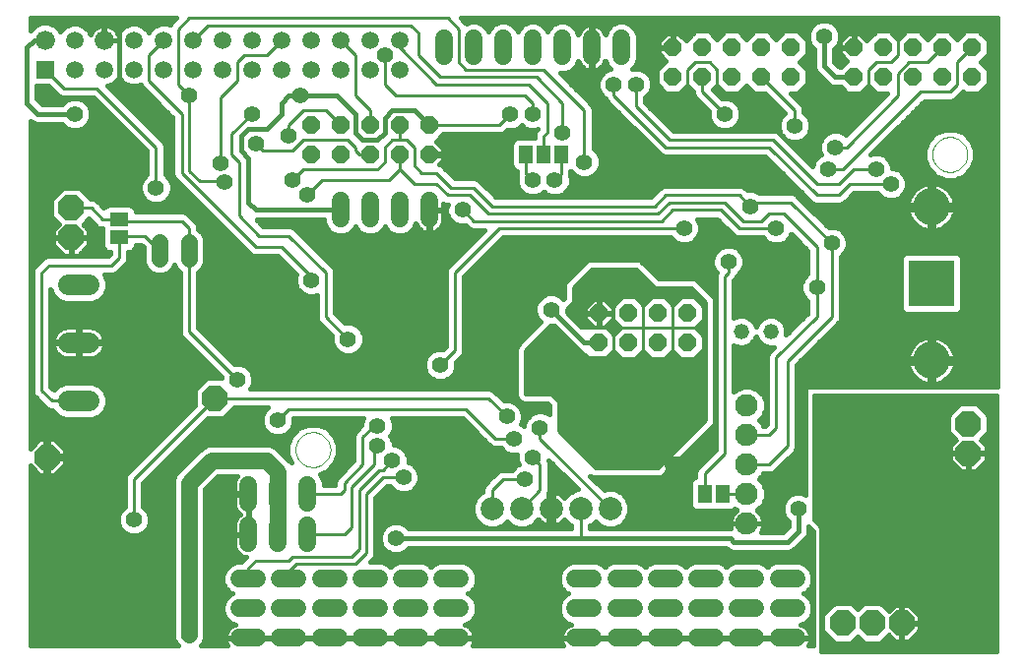
<source format=gbl>
G75*
G70*
%OFA0B0*%
%FSLAX24Y24*%
%IPPOS*%
%LPD*%
%AMOC8*
5,1,8,0,0,1.08239X$1,22.5*
%
%ADD10C,0.0600*%
%ADD11C,0.0787*%
%ADD12C,0.0760*%
%ADD13OC8,0.0850*%
%ADD14R,0.0594X0.0594*%
%ADD15C,0.0660*%
%ADD16C,0.0594*%
%ADD17C,0.0000*%
%ADD18R,0.0460X0.0630*%
%ADD19C,0.0520*%
%ADD20R,0.0630X0.0460*%
%ADD21OC8,0.0600*%
%ADD22R,0.1560X0.1560*%
%ADD23C,0.1250*%
%ADD24C,0.0560*%
%ADD25C,0.0705*%
%ADD26C,0.0560*%
%ADD27C,0.0100*%
%ADD28C,0.0160*%
D10*
X008000Y002782D02*
X008600Y002782D01*
X009375Y002782D02*
X009975Y002782D01*
X010750Y002782D02*
X011350Y002782D01*
X012125Y002782D02*
X012725Y002782D01*
X013500Y002782D02*
X014100Y002782D01*
X014875Y002782D02*
X015475Y002782D01*
X015475Y003782D02*
X014875Y003782D01*
X014100Y003782D02*
X013500Y003782D01*
X012725Y003782D02*
X012125Y003782D01*
X011350Y003782D02*
X010750Y003782D01*
X009975Y003782D02*
X009375Y003782D01*
X008600Y003782D02*
X008000Y003782D01*
X008000Y004782D02*
X008600Y004782D01*
X009375Y004782D02*
X009975Y004782D01*
X010750Y004782D02*
X011350Y004782D01*
X012125Y004782D02*
X012725Y004782D01*
X013500Y004782D02*
X014100Y004782D01*
X014875Y004782D02*
X015475Y004782D01*
X019375Y004782D02*
X019975Y004782D01*
X020750Y004782D02*
X021350Y004782D01*
X022125Y004782D02*
X022725Y004782D01*
X023500Y004782D02*
X024100Y004782D01*
X024875Y004782D02*
X025475Y004782D01*
X026250Y004782D02*
X026850Y004782D01*
X026850Y003782D02*
X026250Y003782D01*
X025475Y003782D02*
X024875Y003782D01*
X024100Y003782D02*
X023500Y003782D01*
X022725Y003782D02*
X022125Y003782D01*
X021350Y003782D02*
X020750Y003782D01*
X019975Y003782D02*
X019375Y003782D01*
X019375Y002782D02*
X019975Y002782D01*
X020750Y002782D02*
X021350Y002782D01*
X022125Y002782D02*
X022725Y002782D01*
X023500Y002782D02*
X024100Y002782D01*
X024875Y002782D02*
X025475Y002782D01*
X026250Y002782D02*
X026850Y002782D01*
X010300Y005982D02*
X010300Y006582D01*
X010300Y007357D02*
X010300Y007957D01*
X009300Y007957D02*
X009300Y007357D01*
X009300Y006582D02*
X009300Y005982D01*
X008300Y005982D02*
X008300Y006582D01*
X008300Y007357D02*
X008300Y007957D01*
X011425Y016982D02*
X011425Y017582D01*
X012425Y017582D02*
X012425Y016982D01*
X013425Y016982D02*
X013425Y017582D01*
X014425Y017582D02*
X014425Y016982D01*
X014925Y022482D02*
X014925Y023082D01*
X015925Y023082D02*
X015925Y022482D01*
X016925Y022482D02*
X016925Y023082D01*
X017925Y023082D02*
X017925Y022482D01*
X018925Y022482D02*
X018925Y023082D01*
X019925Y023082D02*
X019925Y022482D01*
X020925Y022482D02*
X020925Y023082D01*
D11*
X020550Y007157D03*
X019550Y007157D03*
X018550Y007157D03*
X017550Y007157D03*
X016550Y007157D03*
D12*
X025175Y007657D03*
X025175Y006657D03*
X025175Y008657D03*
X025175Y009657D03*
X025175Y010657D03*
D13*
X032675Y010032D03*
X032675Y009032D03*
X030425Y003282D03*
X029425Y003282D03*
X028425Y003282D03*
X007175Y010907D03*
X001488Y008907D03*
X002300Y016344D03*
X002300Y017344D03*
D14*
X001425Y022032D03*
D15*
X001425Y023032D03*
X003425Y023032D03*
D16*
X004425Y023032D03*
X005425Y023032D03*
X006425Y023032D03*
X007425Y023032D03*
X008425Y023032D03*
X009425Y023032D03*
X010425Y023032D03*
X011425Y023032D03*
X012425Y023032D03*
X013425Y023032D03*
X013425Y022032D03*
X012425Y022032D03*
X011425Y022032D03*
X010425Y022032D03*
X009425Y022032D03*
X008425Y022032D03*
X007425Y022032D03*
X006425Y022032D03*
X005425Y022032D03*
X004425Y022032D03*
X003425Y022032D03*
X002425Y022032D03*
X002425Y023032D03*
D17*
X009897Y009157D02*
X009899Y009205D01*
X009905Y009253D01*
X009915Y009300D01*
X009928Y009346D01*
X009946Y009391D01*
X009966Y009435D01*
X009991Y009477D01*
X010019Y009516D01*
X010049Y009553D01*
X010083Y009587D01*
X010120Y009619D01*
X010158Y009648D01*
X010199Y009673D01*
X010242Y009695D01*
X010287Y009713D01*
X010333Y009727D01*
X010380Y009738D01*
X010428Y009745D01*
X010476Y009748D01*
X010524Y009747D01*
X010572Y009742D01*
X010620Y009733D01*
X010666Y009721D01*
X010711Y009704D01*
X010755Y009684D01*
X010797Y009661D01*
X010837Y009634D01*
X010875Y009604D01*
X010910Y009571D01*
X010942Y009535D01*
X010972Y009497D01*
X010998Y009456D01*
X011020Y009413D01*
X011040Y009369D01*
X011055Y009324D01*
X011067Y009277D01*
X011075Y009229D01*
X011079Y009181D01*
X011079Y009133D01*
X011075Y009085D01*
X011067Y009037D01*
X011055Y008990D01*
X011040Y008945D01*
X011020Y008901D01*
X010998Y008858D01*
X010972Y008817D01*
X010942Y008779D01*
X010910Y008743D01*
X010875Y008710D01*
X010837Y008680D01*
X010797Y008653D01*
X010755Y008630D01*
X010711Y008610D01*
X010666Y008593D01*
X010620Y008581D01*
X010572Y008572D01*
X010524Y008567D01*
X010476Y008566D01*
X010428Y008569D01*
X010380Y008576D01*
X010333Y008587D01*
X010287Y008601D01*
X010242Y008619D01*
X010199Y008641D01*
X010158Y008666D01*
X010120Y008695D01*
X010083Y008727D01*
X010049Y008761D01*
X010019Y008798D01*
X009991Y008837D01*
X009966Y008879D01*
X009946Y008923D01*
X009928Y008968D01*
X009915Y009014D01*
X009905Y009061D01*
X009899Y009109D01*
X009897Y009157D01*
X031459Y019157D02*
X031461Y019205D01*
X031467Y019253D01*
X031477Y019300D01*
X031490Y019346D01*
X031508Y019391D01*
X031528Y019435D01*
X031553Y019477D01*
X031581Y019516D01*
X031611Y019553D01*
X031645Y019587D01*
X031682Y019619D01*
X031720Y019648D01*
X031761Y019673D01*
X031804Y019695D01*
X031849Y019713D01*
X031895Y019727D01*
X031942Y019738D01*
X031990Y019745D01*
X032038Y019748D01*
X032086Y019747D01*
X032134Y019742D01*
X032182Y019733D01*
X032228Y019721D01*
X032273Y019704D01*
X032317Y019684D01*
X032359Y019661D01*
X032399Y019634D01*
X032437Y019604D01*
X032472Y019571D01*
X032504Y019535D01*
X032534Y019497D01*
X032560Y019456D01*
X032582Y019413D01*
X032602Y019369D01*
X032617Y019324D01*
X032629Y019277D01*
X032637Y019229D01*
X032641Y019181D01*
X032641Y019133D01*
X032637Y019085D01*
X032629Y019037D01*
X032617Y018990D01*
X032602Y018945D01*
X032582Y018901D01*
X032560Y018858D01*
X032534Y018817D01*
X032504Y018779D01*
X032472Y018743D01*
X032437Y018710D01*
X032399Y018680D01*
X032359Y018653D01*
X032317Y018630D01*
X032273Y018610D01*
X032228Y018593D01*
X032182Y018581D01*
X032134Y018572D01*
X032086Y018567D01*
X032038Y018566D01*
X031990Y018569D01*
X031942Y018576D01*
X031895Y018587D01*
X031849Y018601D01*
X031804Y018619D01*
X031761Y018641D01*
X031720Y018666D01*
X031682Y018695D01*
X031645Y018727D01*
X031611Y018761D01*
X031581Y018798D01*
X031553Y018837D01*
X031528Y018879D01*
X031508Y018923D01*
X031490Y018968D01*
X031477Y019014D01*
X031467Y019061D01*
X031461Y019109D01*
X031459Y019157D01*
D18*
X018900Y019157D03*
X018300Y019157D03*
X017700Y019157D03*
X023750Y007657D03*
X024350Y007657D03*
D19*
X024988Y013157D03*
X025988Y013157D03*
D20*
X003925Y016357D03*
X003925Y016957D03*
D21*
X010425Y019157D03*
X010425Y020157D03*
X011425Y020157D03*
X012425Y020157D03*
X013425Y020157D03*
X014425Y020157D03*
X014425Y019157D03*
X013425Y019157D03*
X012425Y019157D03*
X011425Y019157D03*
X020175Y013782D03*
X021175Y013782D03*
X022175Y013782D03*
X023175Y013782D03*
X023175Y012782D03*
X022175Y012782D03*
X021175Y012782D03*
X020175Y012782D03*
X022675Y021782D03*
X023675Y021782D03*
X024675Y021782D03*
X025675Y021782D03*
X026675Y021782D03*
X026675Y022782D03*
X025675Y022782D03*
X024675Y022782D03*
X023675Y022782D03*
X022675Y022782D03*
X028800Y022782D03*
X029800Y022782D03*
X030800Y022782D03*
X031800Y022782D03*
X032800Y022782D03*
X032800Y021782D03*
X031800Y021782D03*
X030800Y021782D03*
X029800Y021782D03*
X028800Y021782D03*
D22*
X031425Y014782D03*
D23*
X031425Y017382D03*
X031425Y012182D03*
D24*
X009300Y008407D02*
X009300Y007657D01*
X009300Y006282D01*
X009300Y008407D02*
X008925Y008782D01*
X007050Y008782D01*
X006300Y008032D01*
X006300Y002907D01*
X006300Y015627D02*
X006300Y016187D01*
X005300Y016187D02*
X005300Y015627D01*
D25*
X002910Y014750D02*
X002205Y014750D01*
X002205Y012782D02*
X002910Y012782D01*
X002910Y010813D02*
X002205Y010813D01*
D26*
X004425Y006782D03*
X007175Y004657D03*
X007300Y002782D03*
X006300Y002907D03*
X013300Y006157D03*
X013550Y008219D03*
X013175Y008782D03*
X012675Y009282D03*
X012675Y009969D03*
X014800Y012032D03*
X017050Y010282D03*
X017300Y009532D03*
X017925Y008907D03*
X017675Y008157D03*
X018175Y009907D03*
X019050Y011532D03*
X018550Y013907D03*
X022050Y011907D03*
X025300Y011907D03*
X027550Y014657D03*
X028050Y016157D03*
X026175Y016657D03*
X025300Y017407D03*
X025425Y015907D03*
X024550Y015532D03*
X023050Y016657D03*
X019675Y018907D03*
X018675Y018282D03*
X017925Y018282D03*
X018925Y019907D03*
X017925Y020532D03*
X017175Y020532D03*
X020675Y021532D03*
X021425Y021532D03*
X024425Y020532D03*
X026800Y020125D03*
X028175Y019407D03*
X027925Y018657D03*
X029550Y018657D03*
X030050Y018157D03*
X027800Y023157D03*
X015550Y017282D03*
X010550Y016657D03*
X010300Y017782D03*
X009800Y018282D03*
X008550Y019532D03*
X009675Y019782D03*
X008425Y020532D03*
X010049Y021157D03*
X012925Y022532D03*
X007363Y018844D03*
X007488Y018219D03*
X005175Y018032D03*
X002425Y020532D03*
X001425Y021157D03*
X001175Y018657D03*
X006300Y021157D03*
X010425Y014907D03*
X011675Y012907D03*
X009300Y010157D03*
X008550Y009657D03*
X007925Y011532D03*
X022550Y007532D03*
X026925Y007157D03*
D27*
X027435Y007154D02*
X033675Y007154D01*
X033675Y007252D02*
X027435Y007252D01*
X027435Y007258D02*
X027425Y007282D01*
X027425Y011032D01*
X033675Y011032D01*
X033675Y002282D01*
X027675Y002282D01*
X027675Y006532D01*
X027425Y006782D01*
X027425Y007031D01*
X027435Y007055D01*
X033675Y007055D01*
X033675Y006957D02*
X027425Y006957D01*
X027435Y007055D02*
X027435Y007258D01*
X027425Y007351D02*
X033675Y007351D01*
X033675Y007449D02*
X027425Y007449D01*
X027425Y007548D02*
X033675Y007548D01*
X033675Y007646D02*
X027425Y007646D01*
X027425Y007745D02*
X033675Y007745D01*
X033675Y007843D02*
X027425Y007843D01*
X027425Y007942D02*
X033675Y007942D01*
X033675Y008040D02*
X027425Y008040D01*
X027425Y008139D02*
X033675Y008139D01*
X033675Y008237D02*
X027425Y008237D01*
X027425Y008336D02*
X033675Y008336D01*
X033675Y008434D02*
X027425Y008434D01*
X027425Y008533D02*
X032361Y008533D01*
X032437Y008457D02*
X032100Y008793D01*
X032100Y008982D01*
X032625Y008982D01*
X032625Y009082D01*
X032100Y009082D01*
X032100Y009270D01*
X032305Y009475D01*
X032020Y009760D01*
X032020Y010303D01*
X032404Y010687D01*
X032946Y010687D01*
X033330Y010303D01*
X033330Y009760D01*
X033045Y009475D01*
X033250Y009270D01*
X033250Y009082D01*
X032725Y009082D01*
X032725Y008982D01*
X033250Y008982D01*
X033250Y008793D01*
X032913Y008457D01*
X032725Y008457D01*
X032725Y008982D01*
X032625Y008982D01*
X032625Y008457D01*
X032437Y008457D01*
X032625Y008533D02*
X032725Y008533D01*
X032725Y008631D02*
X032625Y008631D01*
X032625Y008730D02*
X032725Y008730D01*
X032725Y008828D02*
X032625Y008828D01*
X032625Y008927D02*
X032725Y008927D01*
X032725Y009025D02*
X033675Y009025D01*
X033675Y008927D02*
X033250Y008927D01*
X033250Y008828D02*
X033675Y008828D01*
X033675Y008730D02*
X033186Y008730D01*
X033088Y008631D02*
X033675Y008631D01*
X033675Y008533D02*
X032989Y008533D01*
X032625Y009025D02*
X027425Y009025D01*
X027425Y008927D02*
X032100Y008927D01*
X032100Y008828D02*
X027425Y008828D01*
X027425Y008730D02*
X032164Y008730D01*
X032262Y008631D02*
X027425Y008631D01*
X027425Y009124D02*
X032100Y009124D01*
X032100Y009222D02*
X027425Y009222D01*
X027425Y009321D02*
X032151Y009321D01*
X032249Y009419D02*
X027425Y009419D01*
X027425Y009518D02*
X032263Y009518D01*
X032164Y009616D02*
X027425Y009616D01*
X027425Y009715D02*
X032066Y009715D01*
X032020Y009813D02*
X027425Y009813D01*
X027425Y009912D02*
X032020Y009912D01*
X032020Y010010D02*
X027425Y010010D01*
X027425Y010109D02*
X032020Y010109D01*
X032020Y010207D02*
X027425Y010207D01*
X027425Y010306D02*
X032023Y010306D01*
X032121Y010404D02*
X027425Y010404D01*
X027425Y010503D02*
X032220Y010503D01*
X032318Y010601D02*
X027425Y010601D01*
X027425Y010700D02*
X033675Y010700D01*
X033675Y010798D02*
X027425Y010798D01*
X027425Y010897D02*
X033675Y010897D01*
X033675Y010995D02*
X027425Y010995D01*
X026550Y012157D02*
X026550Y009282D01*
X025925Y008657D01*
X025175Y008657D01*
X024425Y009032D02*
X024425Y015032D01*
X024550Y015157D01*
X024550Y015532D01*
X024925Y016657D02*
X024300Y017282D01*
X022675Y017282D01*
X022300Y016907D01*
X015925Y016907D01*
X015550Y017282D01*
X015800Y017782D02*
X015050Y017782D01*
X014675Y018157D01*
X013925Y018157D01*
X013425Y018657D01*
X013050Y018282D01*
X010800Y018282D01*
X010300Y017782D01*
X009800Y018282D02*
X010175Y018657D01*
X012675Y018657D01*
X012925Y018907D01*
X012925Y019407D01*
X013175Y019657D01*
X013425Y019657D01*
X013425Y020157D01*
X013425Y019657D02*
X013675Y019657D01*
X013925Y019407D01*
X013925Y018782D01*
X014175Y018532D01*
X014675Y018532D01*
X015175Y018032D01*
X015925Y018032D01*
X016550Y017407D01*
X022050Y017407D01*
X022425Y017782D01*
X024925Y017782D01*
X025300Y017407D01*
X025425Y017532D01*
X026675Y017532D01*
X028050Y016157D01*
X028050Y013657D01*
X026550Y012157D01*
X026175Y012282D02*
X027550Y013657D01*
X027550Y014657D01*
X027550Y016032D01*
X026425Y017157D01*
X025925Y017157D01*
X025675Y016907D01*
X025050Y016907D01*
X024425Y017532D01*
X022550Y017532D01*
X022175Y017157D01*
X016425Y017157D01*
X015800Y017782D01*
X016800Y016657D02*
X023050Y016657D01*
X021476Y015231D02*
X019874Y015231D01*
X019925Y015282D02*
X021425Y015282D01*
X022050Y014657D01*
X023300Y014657D01*
X023800Y014157D01*
X023800Y010157D01*
X022800Y009157D01*
X022767Y009124D02*
X019458Y009124D01*
X019359Y009222D02*
X022866Y009222D01*
X022964Y009321D02*
X019261Y009321D01*
X019162Y009419D02*
X023063Y009419D01*
X023161Y009518D02*
X019064Y009518D01*
X018965Y009616D02*
X023260Y009616D01*
X023358Y009715D02*
X018867Y009715D01*
X018800Y009782D02*
X018800Y010782D01*
X018550Y011032D01*
X017675Y011032D01*
X017675Y012532D01*
X018540Y013397D01*
X018622Y013397D01*
X019412Y012606D01*
X019499Y012519D01*
X019608Y012474D01*
X019800Y012282D01*
X019925Y012282D01*
X019955Y012252D01*
X020395Y012252D01*
X020425Y012282D01*
X020675Y012532D01*
X020955Y012252D01*
X021395Y012252D01*
X021675Y012532D01*
X021955Y012252D01*
X022395Y012252D01*
X022675Y012532D01*
X022955Y012252D01*
X023395Y012252D01*
X023705Y012562D01*
X023705Y013001D01*
X023425Y013282D01*
X023705Y013562D01*
X023705Y014001D01*
X023395Y014312D01*
X022955Y014312D01*
X022675Y014031D01*
X022395Y014312D01*
X021955Y014312D01*
X021675Y014031D01*
X021395Y014312D01*
X020955Y014312D01*
X020645Y014001D01*
X020645Y013562D01*
X020925Y013282D01*
X020675Y013031D01*
X020675Y013032D01*
X020425Y013282D01*
X020425Y013282D01*
X020675Y013032D01*
X020675Y012532D01*
X020675Y012532D01*
X020425Y012282D01*
X020425Y012282D01*
X019800Y012282D01*
X018675Y013407D01*
X018550Y013407D01*
X017675Y012532D01*
X017675Y011032D01*
X018550Y011032D01*
X018800Y010782D01*
X018800Y009782D01*
X020050Y008532D01*
X018800Y009782D01*
X018800Y009813D02*
X023457Y009813D01*
X023555Y009912D02*
X018800Y009912D01*
X018800Y010010D02*
X023654Y010010D01*
X023752Y010109D02*
X018800Y010109D01*
X018800Y010207D02*
X023800Y010207D01*
X023800Y010157D02*
X022175Y008532D01*
X020050Y008532D01*
X022175Y008532D01*
X022176Y008533D02*
X020049Y008533D01*
X019950Y008631D02*
X022275Y008631D01*
X022373Y008730D02*
X019852Y008730D01*
X019753Y008828D02*
X022472Y008828D01*
X022570Y008927D02*
X019655Y008927D01*
X019556Y009025D02*
X022669Y009025D01*
X023750Y008357D02*
X024425Y009032D01*
X023750Y008357D02*
X023750Y007657D01*
X024350Y007657D02*
X025175Y007657D01*
X025175Y009657D02*
X025925Y009657D01*
X026175Y009907D01*
X026175Y012282D01*
X023800Y012276D02*
X023419Y012276D01*
X023517Y012374D02*
X023800Y012374D01*
X023800Y012473D02*
X023616Y012473D01*
X023705Y012571D02*
X023800Y012571D01*
X023800Y012670D02*
X023705Y012670D01*
X023705Y012768D02*
X023800Y012768D01*
X023800Y012867D02*
X023705Y012867D01*
X023705Y012965D02*
X023800Y012965D01*
X023800Y013064D02*
X023643Y013064D01*
X023544Y013162D02*
X023800Y013162D01*
X023800Y013261D02*
X023446Y013261D01*
X023550Y013282D02*
X020800Y013282D01*
X020848Y013359D02*
X020389Y013359D01*
X020361Y013332D02*
X020625Y013595D01*
X020625Y013732D01*
X020225Y013732D01*
X020225Y013832D01*
X020125Y013832D01*
X020125Y014232D01*
X019989Y014232D01*
X019725Y013968D01*
X019725Y013832D01*
X020125Y013832D01*
X020125Y013732D01*
X019725Y013732D01*
X019725Y013595D01*
X019989Y013332D01*
X020125Y013332D01*
X020125Y013732D01*
X020225Y013732D01*
X020225Y013332D01*
X020361Y013332D01*
X020395Y013312D02*
X019955Y013312D01*
X019925Y013282D01*
X019613Y013282D01*
X019060Y013835D01*
X019060Y013917D01*
X019300Y014157D01*
X019300Y014657D01*
X019925Y015282D01*
X019300Y014657D01*
X019300Y014157D01*
X019050Y013907D01*
X019050Y013782D01*
X019550Y013282D01*
X020425Y013282D01*
X020395Y013312D01*
X020446Y013261D02*
X020904Y013261D01*
X020806Y013162D02*
X020544Y013162D01*
X020643Y013064D02*
X020707Y013064D01*
X020749Y013458D02*
X020487Y013458D01*
X020586Y013556D02*
X020651Y013556D01*
X020645Y013655D02*
X020625Y013655D01*
X020645Y013753D02*
X020225Y013753D01*
X020225Y013832D02*
X020625Y013832D01*
X020625Y013968D01*
X020361Y014232D01*
X020225Y014232D01*
X020225Y013832D01*
X020225Y013852D02*
X020125Y013852D01*
X020125Y013950D02*
X020225Y013950D01*
X020225Y014049D02*
X020125Y014049D01*
X020125Y014147D02*
X020225Y014147D01*
X020446Y014147D02*
X020791Y014147D01*
X020692Y014049D02*
X020544Y014049D01*
X020625Y013950D02*
X020645Y013950D01*
X020645Y013852D02*
X020625Y013852D01*
X020225Y013655D02*
X020125Y013655D01*
X020125Y013753D02*
X019142Y013753D01*
X019060Y013852D02*
X019725Y013852D01*
X019725Y013950D02*
X019094Y013950D01*
X019192Y014049D02*
X019806Y014049D01*
X019904Y014147D02*
X019291Y014147D01*
X019300Y014246D02*
X020889Y014246D01*
X021461Y014246D02*
X021889Y014246D01*
X021791Y014147D02*
X021559Y014147D01*
X021658Y014049D02*
X021692Y014049D01*
X021675Y014282D02*
X021675Y012282D01*
X021517Y012374D02*
X021833Y012374D01*
X021931Y012276D02*
X021419Y012276D01*
X021616Y012473D02*
X021734Y012473D01*
X022419Y012276D02*
X022931Y012276D01*
X022833Y012374D02*
X022517Y012374D01*
X022616Y012473D02*
X022734Y012473D01*
X022675Y012282D02*
X022675Y014282D01*
X022559Y014147D02*
X022791Y014147D01*
X022692Y014049D02*
X022658Y014049D01*
X022461Y014246D02*
X022889Y014246D01*
X023461Y014246D02*
X023711Y014246D01*
X023800Y014157D02*
X023300Y014657D01*
X022050Y014657D01*
X021425Y015282D01*
X019925Y015282D01*
X019776Y015132D02*
X021574Y015132D01*
X021673Y015034D02*
X019677Y015034D01*
X019579Y014935D02*
X021771Y014935D01*
X021870Y014837D02*
X019480Y014837D01*
X019382Y014738D02*
X021968Y014738D01*
X023317Y014640D02*
X019300Y014640D01*
X019300Y014541D02*
X023415Y014541D01*
X023514Y014443D02*
X019300Y014443D01*
X019300Y014344D02*
X023612Y014344D01*
X023559Y014147D02*
X023800Y014147D01*
X023800Y014157D02*
X023800Y010157D01*
X023800Y010306D02*
X018800Y010306D01*
X018800Y010404D02*
X023800Y010404D01*
X023800Y010503D02*
X018800Y010503D01*
X018800Y010601D02*
X023800Y010601D01*
X023800Y010700D02*
X018800Y010700D01*
X018783Y010798D02*
X023800Y010798D01*
X023800Y010897D02*
X018685Y010897D01*
X018586Y010995D02*
X023800Y010995D01*
X023800Y011094D02*
X017675Y011094D01*
X017675Y011192D02*
X023800Y011192D01*
X023800Y011291D02*
X017675Y011291D01*
X017675Y011389D02*
X023800Y011389D01*
X023800Y011488D02*
X017675Y011488D01*
X017675Y011586D02*
X023800Y011586D01*
X023800Y011685D02*
X017675Y011685D01*
X017675Y011783D02*
X023800Y011783D01*
X023800Y011882D02*
X017675Y011882D01*
X017675Y011980D02*
X023800Y011980D01*
X023800Y012079D02*
X017675Y012079D01*
X017675Y012177D02*
X023800Y012177D01*
X023800Y013359D02*
X023502Y013359D01*
X023601Y013458D02*
X023800Y013458D01*
X023800Y013556D02*
X023699Y013556D01*
X023705Y013655D02*
X023800Y013655D01*
X023800Y013753D02*
X023705Y013753D01*
X023705Y013852D02*
X023800Y013852D01*
X023800Y013950D02*
X023705Y013950D01*
X023658Y014049D02*
X023800Y014049D01*
X020931Y012276D02*
X020419Y012276D01*
X020518Y012374D02*
X020833Y012374D01*
X020734Y012473D02*
X020616Y012473D01*
X019931Y012276D02*
X017675Y012276D01*
X017675Y012374D02*
X019707Y012374D01*
X019609Y012473D02*
X017675Y012473D01*
X017715Y012571D02*
X019447Y012571D01*
X019349Y012670D02*
X017813Y012670D01*
X017912Y012768D02*
X019250Y012768D01*
X019152Y012867D02*
X018010Y012867D01*
X018109Y012965D02*
X019053Y012965D01*
X018955Y013064D02*
X018207Y013064D01*
X018306Y013162D02*
X018856Y013162D01*
X018758Y013261D02*
X018404Y013261D01*
X018503Y013359D02*
X018659Y013359D01*
X019240Y013655D02*
X019725Y013655D01*
X019764Y013556D02*
X019339Y013556D01*
X019437Y013458D02*
X019863Y013458D01*
X019961Y013359D02*
X019536Y013359D01*
X020125Y013359D02*
X020225Y013359D01*
X020225Y013458D02*
X020125Y013458D01*
X020125Y013556D02*
X020225Y013556D01*
X017050Y010282D02*
X016425Y010907D01*
X007175Y010907D01*
X004425Y008157D01*
X004425Y006782D01*
X008300Y005157D02*
X008300Y004782D01*
X008300Y005157D02*
X008550Y005407D01*
X009675Y005407D01*
X009800Y005532D01*
X011800Y005532D01*
X012050Y005782D01*
X012050Y007782D01*
X012738Y008469D01*
X012863Y008469D01*
X013175Y008782D01*
X012550Y008657D02*
X012550Y009157D01*
X012675Y009282D01*
X012175Y009594D02*
X012175Y008657D01*
X011550Y008032D01*
X011550Y007782D01*
X011425Y007657D01*
X010300Y007657D01*
X011800Y007907D02*
X011800Y006532D01*
X011550Y006282D01*
X010300Y006282D01*
X009925Y005282D02*
X009675Y005032D01*
X009675Y004782D01*
X009925Y005282D02*
X011925Y005282D01*
X012300Y005657D01*
X012300Y007657D01*
X012863Y008219D01*
X013550Y008219D01*
X012550Y008657D02*
X011800Y007907D01*
X012175Y009594D02*
X012550Y009969D01*
X012675Y009969D01*
X014800Y012032D02*
X015300Y012532D01*
X015300Y015157D01*
X016800Y016657D01*
X017925Y018282D02*
X017700Y018507D01*
X017700Y019157D01*
X018300Y019157D02*
X018300Y019782D01*
X018425Y019907D01*
X018425Y020907D01*
X017800Y021532D01*
X014675Y021532D01*
X013425Y022782D01*
X013425Y023032D01*
X013800Y023532D02*
X014050Y023282D01*
X014050Y022532D01*
X014800Y021782D01*
X018050Y021782D01*
X018925Y020907D01*
X018925Y019907D01*
X018900Y019157D02*
X018900Y018507D01*
X018675Y018282D01*
X019675Y018907D02*
X019675Y020657D01*
X018300Y022032D01*
X015675Y022032D01*
X015425Y022282D01*
X015425Y023407D01*
X015050Y023782D01*
X006300Y023782D01*
X005925Y023407D01*
X005925Y021532D01*
X006300Y021157D01*
X006300Y018606D01*
X006651Y018255D01*
X007452Y018255D01*
X007488Y018219D01*
X007363Y018844D02*
X007363Y021094D01*
X007925Y021657D01*
X007925Y022282D01*
X008175Y022532D01*
X008925Y022532D01*
X009425Y023032D01*
X011425Y023032D02*
X011925Y022532D01*
X011925Y021157D01*
X012425Y020657D01*
X012425Y020157D01*
X011675Y019657D02*
X010175Y019657D01*
X009800Y019282D01*
X008800Y019282D01*
X008550Y019532D01*
X007988Y018907D02*
X007738Y019157D01*
X007738Y019844D01*
X008425Y020532D01*
X009675Y020157D02*
X009675Y019782D01*
X009675Y020157D02*
X010175Y020657D01*
X010925Y020657D01*
X011425Y020157D01*
X011675Y019657D02*
X011925Y019407D01*
X011925Y019282D01*
X012050Y019157D01*
X012425Y019157D01*
X013425Y019157D02*
X013425Y018657D01*
X014425Y020157D02*
X016800Y020157D01*
X017175Y020532D01*
X017925Y020532D02*
X017925Y020907D01*
X017675Y021157D01*
X013300Y021157D01*
X012925Y021532D01*
X012925Y022532D01*
X013800Y023532D02*
X006925Y023532D01*
X006425Y023032D01*
X005425Y023032D02*
X004925Y022532D01*
X004925Y021657D01*
X006050Y020532D01*
X006050Y018532D01*
X008550Y016032D01*
X009425Y016032D01*
X010425Y015032D01*
X010425Y014907D01*
X010925Y015157D02*
X009675Y016407D01*
X008675Y016407D01*
X007988Y017094D01*
X007988Y018907D01*
X006050Y016907D02*
X006300Y016657D01*
X006300Y015907D01*
X006300Y013157D01*
X007925Y011532D01*
X009300Y010157D02*
X009675Y010532D01*
X015675Y010532D01*
X016675Y009532D01*
X017300Y009532D01*
X017925Y008907D02*
X018175Y008657D01*
X018175Y007782D01*
X017550Y007157D01*
X016550Y007157D02*
X016550Y007782D01*
X016925Y008157D01*
X017675Y008157D01*
X018175Y009532D02*
X018175Y009907D01*
X018175Y009532D02*
X020550Y007157D01*
X019550Y007157D02*
X019550Y006157D01*
X027425Y006858D02*
X033675Y006858D01*
X033675Y006760D02*
X027447Y006760D01*
X027545Y006661D02*
X033675Y006661D01*
X033675Y006563D02*
X027644Y006563D01*
X027675Y006464D02*
X033675Y006464D01*
X033675Y006366D02*
X027675Y006366D01*
X027675Y006267D02*
X033675Y006267D01*
X033675Y006169D02*
X027675Y006169D01*
X027675Y006070D02*
X033675Y006070D01*
X033675Y005972D02*
X027675Y005972D01*
X027675Y005873D02*
X033675Y005873D01*
X033675Y005775D02*
X027675Y005775D01*
X027675Y005676D02*
X033675Y005676D01*
X033675Y005578D02*
X027675Y005578D01*
X027675Y005479D02*
X033675Y005479D01*
X033675Y005381D02*
X027675Y005381D01*
X027675Y005282D02*
X033675Y005282D01*
X033675Y005184D02*
X027675Y005184D01*
X027675Y005085D02*
X033675Y005085D01*
X033675Y004987D02*
X027675Y004987D01*
X027675Y004888D02*
X033675Y004888D01*
X033675Y004790D02*
X027675Y004790D01*
X027675Y004691D02*
X033675Y004691D01*
X033675Y004593D02*
X027675Y004593D01*
X027675Y004494D02*
X033675Y004494D01*
X033675Y004396D02*
X027675Y004396D01*
X027675Y004297D02*
X033675Y004297D01*
X033675Y004199D02*
X027675Y004199D01*
X027675Y004100D02*
X033675Y004100D01*
X033675Y004002D02*
X027675Y004002D01*
X027675Y003903D02*
X028120Y003903D01*
X028154Y003937D02*
X027770Y003553D01*
X027770Y003010D01*
X028154Y002627D01*
X028696Y002627D01*
X028925Y002855D01*
X029154Y002627D01*
X029696Y002627D01*
X029982Y002912D01*
X030187Y002707D01*
X030375Y002707D01*
X030375Y003232D01*
X030475Y003232D01*
X030475Y003332D01*
X030375Y003332D01*
X030375Y003857D01*
X030187Y003857D01*
X029982Y003651D01*
X029696Y003937D01*
X029154Y003937D01*
X028925Y003708D01*
X028696Y003937D01*
X028154Y003937D01*
X028022Y003805D02*
X027675Y003805D01*
X027675Y003706D02*
X027923Y003706D01*
X027825Y003608D02*
X027675Y003608D01*
X027675Y003509D02*
X027770Y003509D01*
X027770Y003411D02*
X027675Y003411D01*
X027675Y003312D02*
X027770Y003312D01*
X027770Y003214D02*
X027675Y003214D01*
X027675Y003115D02*
X027770Y003115D01*
X027770Y003017D02*
X027675Y003017D01*
X027675Y002918D02*
X027862Y002918D01*
X027961Y002820D02*
X027675Y002820D01*
X027675Y002721D02*
X028059Y002721D01*
X027675Y002623D02*
X033675Y002623D01*
X033675Y002721D02*
X030678Y002721D01*
X030663Y002707D02*
X031000Y003043D01*
X031000Y003232D01*
X030475Y003232D01*
X030475Y002707D01*
X030663Y002707D01*
X030776Y002820D02*
X033675Y002820D01*
X033675Y002918D02*
X030875Y002918D01*
X030973Y003017D02*
X033675Y003017D01*
X033675Y003115D02*
X031000Y003115D01*
X031000Y003214D02*
X033675Y003214D01*
X033675Y003312D02*
X030475Y003312D01*
X030475Y003332D02*
X031000Y003332D01*
X031000Y003520D01*
X030663Y003857D01*
X030475Y003857D01*
X030475Y003332D01*
X030475Y003411D02*
X030375Y003411D01*
X030375Y003509D02*
X030475Y003509D01*
X030475Y003608D02*
X030375Y003608D01*
X030375Y003706D02*
X030475Y003706D01*
X030475Y003805D02*
X030375Y003805D01*
X030135Y003805D02*
X029828Y003805D01*
X029730Y003903D02*
X033675Y003903D01*
X033675Y003805D02*
X030715Y003805D01*
X030814Y003706D02*
X033675Y003706D01*
X033675Y003608D02*
X030912Y003608D01*
X031000Y003509D02*
X033675Y003509D01*
X033675Y003411D02*
X031000Y003411D01*
X030475Y003214D02*
X030375Y003214D01*
X030375Y003115D02*
X030475Y003115D01*
X030475Y003017D02*
X030375Y003017D01*
X030375Y002918D02*
X030475Y002918D01*
X030475Y002820D02*
X030375Y002820D01*
X030375Y002721D02*
X030475Y002721D01*
X030172Y002721D02*
X029791Y002721D01*
X029889Y002820D02*
X030074Y002820D01*
X030036Y003706D02*
X029927Y003706D01*
X029120Y003903D02*
X028730Y003903D01*
X028828Y003805D02*
X029022Y003805D01*
X028961Y002820D02*
X028889Y002820D01*
X028791Y002721D02*
X029059Y002721D01*
X027675Y002524D02*
X033675Y002524D01*
X033675Y002426D02*
X027675Y002426D01*
X027675Y002327D02*
X033675Y002327D01*
X033675Y009124D02*
X033250Y009124D01*
X033250Y009222D02*
X033675Y009222D01*
X033675Y009321D02*
X033199Y009321D01*
X033101Y009419D02*
X033675Y009419D01*
X033675Y009518D02*
X033087Y009518D01*
X033186Y009616D02*
X033675Y009616D01*
X033675Y009715D02*
X033284Y009715D01*
X033330Y009813D02*
X033675Y009813D01*
X033675Y009912D02*
X033330Y009912D01*
X033330Y010010D02*
X033675Y010010D01*
X033675Y010109D02*
X033330Y010109D01*
X033330Y010207D02*
X033675Y010207D01*
X033675Y010306D02*
X033327Y010306D01*
X033229Y010404D02*
X033675Y010404D01*
X033675Y010503D02*
X033130Y010503D01*
X033032Y010601D02*
X033675Y010601D01*
X026175Y016657D02*
X024925Y016657D01*
X027550Y017782D02*
X025925Y019407D01*
X022425Y019407D01*
X020675Y021157D01*
X020675Y021532D01*
X021425Y021532D02*
X021425Y020782D01*
X022550Y019657D01*
X026050Y019657D01*
X027550Y018157D01*
X028300Y018157D01*
X028800Y018657D01*
X029550Y018657D01*
X030050Y018157D02*
X028675Y018157D01*
X028300Y017782D01*
X027550Y017782D01*
X027925Y018657D02*
X028425Y018657D01*
X031050Y021282D01*
X032050Y021282D01*
X032300Y021532D01*
X032300Y022282D01*
X032800Y022782D01*
X031800Y022782D02*
X031300Y022282D01*
X030675Y022282D01*
X030300Y021907D01*
X030300Y021157D01*
X028550Y019407D01*
X028175Y019407D01*
X026800Y020125D02*
X026800Y020657D01*
X025675Y021782D01*
X024425Y020532D02*
X023675Y021282D01*
X023675Y021782D01*
X023175Y022032D02*
X023425Y022282D01*
X023925Y022282D01*
X024175Y022032D01*
X024175Y021157D01*
X023175Y021157D02*
X023175Y022032D01*
X029300Y022032D02*
X029300Y021282D01*
X029300Y022032D02*
X029550Y022282D01*
X030050Y022282D01*
X030300Y022532D01*
X030300Y023532D01*
X011675Y012907D02*
X010925Y013657D01*
X010925Y015157D01*
X006050Y016907D02*
X003975Y016907D01*
X003925Y016957D01*
X003350Y016957D01*
X002988Y017344D01*
X002300Y017344D01*
X003925Y016357D02*
X003925Y015657D01*
X003675Y015407D01*
X001550Y015407D01*
X001300Y015157D01*
X001300Y011157D01*
X001644Y010813D01*
X002558Y010813D01*
X005300Y015907D02*
X004800Y016407D01*
X004225Y016407D01*
X003925Y016357D01*
X005175Y018032D02*
X005175Y019407D01*
X003175Y021407D01*
X002050Y021407D01*
X001425Y022032D01*
D28*
X000925Y008613D02*
X000925Y002532D01*
X005911Y002532D01*
X005842Y002601D01*
X005760Y002799D01*
X005760Y008139D01*
X005842Y008337D01*
X006592Y009087D01*
X006744Y009239D01*
X006943Y009322D01*
X009032Y009322D01*
X009231Y009239D01*
X009606Y008864D01*
X009746Y008724D01*
X009637Y008987D01*
X009637Y009326D01*
X009766Y009638D01*
X010006Y009878D01*
X010318Y010007D01*
X010657Y010007D01*
X010969Y009878D01*
X011209Y009638D01*
X011338Y009326D01*
X011338Y008987D01*
X011209Y008675D01*
X010969Y008435D01*
X010717Y008331D01*
X010775Y008274D01*
X010860Y008068D01*
X010860Y007967D01*
X011240Y007967D01*
X011240Y008093D01*
X011287Y008207D01*
X011865Y008785D01*
X011865Y009656D01*
X011912Y009770D01*
X012135Y009992D01*
X012135Y010076D01*
X012195Y010222D01*
X009840Y010222D01*
X009840Y010049D01*
X009758Y009851D01*
X009606Y009699D01*
X009407Y009617D01*
X009193Y009617D01*
X008994Y009699D01*
X008842Y009851D01*
X008760Y010049D01*
X008760Y010264D01*
X008842Y010462D01*
X008976Y010597D01*
X007834Y010597D01*
X007459Y010222D01*
X006928Y010222D01*
X004735Y008028D01*
X004735Y007235D01*
X004883Y007087D01*
X004965Y006889D01*
X004965Y006674D01*
X004883Y006476D01*
X004731Y006324D01*
X004532Y006242D01*
X004318Y006242D01*
X004119Y006324D01*
X003967Y006476D01*
X003885Y006674D01*
X003885Y006889D01*
X003967Y007087D01*
X004115Y007235D01*
X004115Y008218D01*
X004162Y008332D01*
X006490Y010660D01*
X006490Y011190D01*
X006891Y011592D01*
X007385Y011592D01*
X007385Y011633D01*
X006124Y012894D01*
X006124Y012894D01*
X006037Y012981D01*
X005990Y013095D01*
X005990Y015173D01*
X005842Y015321D01*
X005800Y015423D01*
X005758Y015321D01*
X005606Y015169D01*
X005407Y015087D01*
X005193Y015087D01*
X004994Y015169D01*
X004842Y015321D01*
X004760Y015519D01*
X004760Y016008D01*
X004672Y016097D01*
X004500Y016097D01*
X004500Y016075D01*
X004460Y015979D01*
X004387Y015906D01*
X004292Y015867D01*
X004235Y015867D01*
X004235Y015595D01*
X004188Y015481D01*
X003938Y015231D01*
X003851Y015144D01*
X003737Y015097D01*
X003430Y015097D01*
X003523Y014872D01*
X003523Y014628D01*
X003430Y014403D01*
X003257Y014231D01*
X003032Y014138D01*
X002084Y014138D01*
X001858Y014231D01*
X001686Y014403D01*
X001610Y014587D01*
X001610Y011285D01*
X001711Y011184D01*
X001858Y011332D01*
X002084Y011426D01*
X003032Y011426D01*
X003257Y011332D01*
X003430Y011160D01*
X003523Y010935D01*
X003523Y010691D01*
X003430Y010466D01*
X003257Y010294D01*
X003032Y010201D01*
X002084Y010201D01*
X001858Y010294D01*
X001686Y010466D01*
X001671Y010503D01*
X001582Y010503D01*
X001468Y010550D01*
X001037Y010981D01*
X000990Y011095D01*
X000990Y015218D01*
X001037Y015332D01*
X001124Y015419D01*
X001374Y015669D01*
X001488Y015717D01*
X003547Y015717D01*
X003615Y015785D01*
X003615Y015867D01*
X003558Y015867D01*
X003463Y015906D01*
X003390Y015979D01*
X003350Y016075D01*
X003350Y016638D01*
X003353Y016646D01*
X003345Y016647D01*
X003288Y016647D01*
X003283Y016649D01*
X003278Y016649D01*
X003227Y016672D01*
X003174Y016694D01*
X003171Y016698D01*
X003166Y016700D01*
X003127Y016741D01*
X003087Y016781D01*
X003085Y016786D01*
X002904Y016979D01*
X002712Y016787D01*
X002905Y016595D01*
X002905Y016364D01*
X002320Y016364D01*
X002320Y016324D01*
X002320Y015739D01*
X002551Y015739D01*
X002905Y016093D01*
X002905Y016324D01*
X002320Y016324D01*
X002280Y016324D01*
X002280Y015739D01*
X002049Y015739D01*
X001695Y016093D01*
X001695Y016324D01*
X002280Y016324D01*
X002280Y016364D01*
X001695Y016364D01*
X001695Y016595D01*
X001888Y016787D01*
X001615Y017060D01*
X001615Y017628D01*
X002016Y018029D01*
X002584Y018029D01*
X002958Y017655D01*
X002993Y017654D01*
X003049Y017654D01*
X003054Y017652D01*
X003059Y017652D01*
X003111Y017628D01*
X003163Y017607D01*
X003167Y017603D01*
X003172Y017601D01*
X003210Y017560D01*
X003250Y017520D01*
X003252Y017515D01*
X003406Y017350D01*
X003463Y017407D01*
X003558Y017447D01*
X004292Y017447D01*
X004387Y017407D01*
X004460Y017334D01*
X004500Y017238D01*
X004500Y017217D01*
X006112Y017217D01*
X006226Y017169D01*
X006476Y016919D01*
X006563Y016832D01*
X006610Y016718D01*
X006610Y016640D01*
X006758Y016492D01*
X006840Y016294D01*
X006840Y015519D01*
X006758Y015321D01*
X006610Y015173D01*
X006610Y013285D01*
X010858Y013285D01*
X010749Y013394D02*
X011135Y013008D01*
X011135Y012799D01*
X011217Y012601D01*
X011369Y012449D01*
X011568Y012367D01*
X011782Y012367D01*
X011981Y012449D01*
X012133Y012601D01*
X012215Y012799D01*
X012215Y013014D01*
X012133Y013212D01*
X011981Y013364D01*
X011782Y013447D01*
X011573Y013447D01*
X011235Y013785D01*
X011235Y015218D01*
X011188Y015332D01*
X009938Y016582D01*
X009851Y016669D01*
X009737Y016717D01*
X008803Y016717D01*
X008578Y016942D01*
X010865Y016942D01*
X010865Y016870D01*
X010950Y016664D01*
X011108Y016507D01*
X011314Y016422D01*
X011536Y016422D01*
X011742Y016507D01*
X011900Y016664D01*
X011925Y016725D01*
X011950Y016664D01*
X012108Y016507D01*
X012314Y016422D01*
X012536Y016422D01*
X012742Y016507D01*
X012900Y016664D01*
X012925Y016725D01*
X012950Y016664D01*
X013108Y016507D01*
X013314Y016422D01*
X013536Y016422D01*
X013742Y016507D01*
X013900Y016664D01*
X013969Y016832D01*
X013980Y016797D01*
X014014Y016730D01*
X014059Y016669D01*
X014112Y016615D01*
X014173Y016571D01*
X014241Y016537D01*
X014313Y016513D01*
X014387Y016502D01*
X014405Y016502D01*
X014405Y017262D01*
X014445Y017262D01*
X014445Y017302D01*
X014905Y017302D01*
X014905Y017506D01*
X014988Y017472D01*
X015044Y017472D01*
X015010Y017389D01*
X015010Y017174D01*
X015092Y016976D01*
X015244Y016824D01*
X015443Y016742D01*
X015652Y016742D01*
X015662Y016731D01*
X015749Y016644D01*
X015863Y016597D01*
X016302Y016597D01*
X015037Y015332D01*
X014990Y015218D01*
X014990Y012660D01*
X014902Y012572D01*
X014693Y012572D01*
X014494Y012489D01*
X014342Y012337D01*
X014260Y012139D01*
X014260Y011924D01*
X014342Y011726D01*
X014494Y011574D01*
X014693Y011492D01*
X014907Y011492D01*
X015106Y011574D01*
X015258Y011726D01*
X015340Y011924D01*
X015340Y012133D01*
X015476Y012269D01*
X015563Y012356D01*
X015610Y012470D01*
X015610Y015028D01*
X016928Y016347D01*
X022596Y016347D01*
X022744Y016199D01*
X022943Y016117D01*
X023157Y016117D01*
X023356Y016199D01*
X023508Y016351D01*
X023590Y016549D01*
X023590Y016764D01*
X023508Y016962D01*
X023499Y016972D01*
X024172Y016972D01*
X024749Y016394D01*
X024863Y016347D01*
X025721Y016347D01*
X025869Y016199D01*
X026068Y016117D01*
X026282Y016117D01*
X026481Y016199D01*
X026633Y016351D01*
X026680Y016464D01*
X027240Y015903D01*
X027240Y015110D01*
X027092Y014962D01*
X027010Y014764D01*
X027010Y014549D01*
X027092Y014351D01*
X027240Y014203D01*
X027240Y013785D01*
X026507Y013052D01*
X026507Y013053D01*
X026507Y013260D01*
X026428Y013451D01*
X026282Y013597D01*
X026091Y013677D01*
X025884Y013677D01*
X025693Y013597D01*
X025547Y013451D01*
X025487Y013308D01*
X025428Y013451D01*
X025282Y013597D01*
X025091Y013677D01*
X024884Y013677D01*
X024735Y013615D01*
X024735Y014903D01*
X024813Y014981D01*
X024850Y015071D01*
X024856Y015074D01*
X025008Y015226D01*
X025090Y015424D01*
X025090Y015639D01*
X025008Y015837D01*
X024856Y015989D01*
X024657Y016072D01*
X024443Y016072D01*
X024244Y015989D01*
X024092Y015837D01*
X024010Y015639D01*
X024010Y015424D01*
X024092Y015226D01*
X024147Y015171D01*
X024115Y015093D01*
X024115Y009160D01*
X023487Y008532D01*
X023440Y008418D01*
X023440Y008220D01*
X023373Y008192D01*
X023300Y008119D01*
X023260Y008023D01*
X023260Y007290D01*
X023300Y007194D01*
X023373Y007121D01*
X023468Y007082D01*
X024032Y007082D01*
X024050Y007089D01*
X024068Y007082D01*
X024632Y007082D01*
X024727Y007121D01*
X024766Y007160D01*
X024812Y007114D01*
X024838Y007104D01*
X024810Y007084D01*
X024748Y007021D01*
X024696Y006950D01*
X024656Y006871D01*
X024629Y006788D01*
X024615Y006701D01*
X024615Y006657D01*
X025175Y006657D01*
X025735Y006657D01*
X025735Y006701D01*
X025721Y006788D01*
X025694Y006871D01*
X025654Y006950D01*
X025602Y007021D01*
X025540Y007084D01*
X025512Y007104D01*
X025538Y007114D01*
X025718Y007294D01*
X025815Y007529D01*
X025815Y007784D01*
X025718Y008019D01*
X025580Y008157D01*
X025718Y008294D01*
X025739Y008347D01*
X025987Y008347D01*
X026101Y008394D01*
X026188Y008481D01*
X026813Y009106D01*
X026860Y009220D01*
X026860Y012028D01*
X028313Y013481D01*
X028360Y013595D01*
X028360Y015703D01*
X028508Y015851D01*
X028590Y016049D01*
X028590Y016264D01*
X028508Y016462D01*
X028356Y016614D01*
X028157Y016697D01*
X027948Y016697D01*
X026938Y017707D01*
X026851Y017794D01*
X026737Y017842D01*
X025629Y017842D01*
X025606Y017864D01*
X025407Y017947D01*
X025198Y017947D01*
X025188Y017957D01*
X025188Y017957D01*
X025101Y018044D01*
X024987Y018092D01*
X022363Y018092D01*
X022249Y018044D01*
X022162Y017957D01*
X021922Y017717D01*
X016678Y017717D01*
X016101Y018294D01*
X015987Y018342D01*
X015303Y018342D01*
X014851Y018794D01*
X014774Y018826D01*
X014905Y018958D01*
X014905Y019137D01*
X014445Y019137D01*
X014445Y019177D01*
X014905Y019177D01*
X014905Y019355D01*
X014660Y019600D01*
X014907Y019847D01*
X016862Y019847D01*
X016976Y019894D01*
X017073Y019992D01*
X017282Y019992D01*
X017481Y020074D01*
X017550Y020143D01*
X017619Y020074D01*
X017818Y019992D01*
X018032Y019992D01*
X018099Y020019D01*
X018037Y019957D01*
X017990Y019843D01*
X017990Y019728D01*
X017982Y019732D01*
X017418Y019732D01*
X017323Y019692D01*
X017250Y019619D01*
X017210Y019523D01*
X017210Y018790D01*
X017250Y018694D01*
X017323Y018621D01*
X017390Y018593D01*
X017390Y018445D01*
X017399Y018423D01*
X017385Y018389D01*
X017385Y018174D01*
X017467Y017976D01*
X017619Y017824D01*
X017818Y017742D01*
X018032Y017742D01*
X018231Y017824D01*
X018300Y017893D01*
X018369Y017824D01*
X018568Y017742D01*
X018782Y017742D01*
X018981Y017824D01*
X019133Y017976D01*
X019215Y018174D01*
X019215Y018389D01*
X019201Y018423D01*
X019210Y018445D01*
X019210Y018593D01*
X019220Y018598D01*
X019369Y018449D01*
X019568Y018367D01*
X019782Y018367D01*
X019981Y018449D01*
X020133Y018601D01*
X020215Y018799D01*
X020215Y019014D01*
X020133Y019212D01*
X019985Y019360D01*
X019985Y020718D01*
X019938Y020832D01*
X019851Y020919D01*
X018848Y021922D01*
X019036Y021922D01*
X019242Y022007D01*
X019400Y022164D01*
X019469Y022332D01*
X019480Y022297D01*
X019514Y022230D01*
X019559Y022169D01*
X019612Y022115D01*
X019673Y022071D01*
X019741Y022037D01*
X019813Y022013D01*
X019887Y022002D01*
X019905Y022002D01*
X019905Y022762D01*
X019945Y022762D01*
X019945Y022002D01*
X019963Y022002D01*
X020037Y022013D01*
X020109Y022037D01*
X020177Y022071D01*
X020238Y022115D01*
X020291Y022169D01*
X020336Y022230D01*
X020370Y022297D01*
X020381Y022332D01*
X020450Y022164D01*
X020550Y022064D01*
X020369Y021989D01*
X020217Y021837D01*
X020135Y021639D01*
X020135Y021424D01*
X020217Y021226D01*
X020369Y021074D01*
X020375Y021071D01*
X020412Y020981D01*
X020499Y020894D01*
X022249Y019144D01*
X022363Y019097D01*
X025797Y019097D01*
X027374Y017519D01*
X027488Y017472D01*
X028362Y017472D01*
X028476Y017519D01*
X028563Y017606D01*
X028803Y017847D01*
X029596Y017847D01*
X029744Y017699D01*
X029943Y017617D01*
X030157Y017617D01*
X030356Y017699D01*
X030508Y017851D01*
X030590Y018049D01*
X030590Y018264D01*
X030508Y018462D01*
X030356Y018614D01*
X030157Y018697D01*
X030090Y018697D01*
X030090Y018764D01*
X030008Y018962D01*
X029856Y019114D01*
X029657Y019197D01*
X029443Y019197D01*
X029376Y019169D01*
X031178Y020972D01*
X032112Y020972D01*
X032226Y021019D01*
X032476Y021269D01*
X032498Y021291D01*
X032568Y021222D01*
X033032Y021222D01*
X033360Y021550D01*
X033360Y022013D01*
X033092Y022282D01*
X033360Y022550D01*
X033360Y023013D01*
X033032Y023342D01*
X032568Y023342D01*
X032300Y023073D01*
X032032Y023342D01*
X031568Y023342D01*
X031300Y023073D01*
X031032Y023342D01*
X030568Y023342D01*
X030300Y023073D01*
X030032Y023342D01*
X029568Y023342D01*
X029243Y023017D01*
X028999Y023262D01*
X028820Y023262D01*
X028820Y022802D01*
X028780Y022802D01*
X028780Y023262D01*
X028601Y023262D01*
X028320Y022980D01*
X028320Y022802D01*
X028780Y022802D01*
X028780Y022762D01*
X028320Y022762D01*
X028320Y022583D01*
X028565Y022338D01*
X028348Y022122D01*
X028316Y022122D01*
X028140Y022297D01*
X028140Y022733D01*
X028258Y022851D01*
X028340Y023049D01*
X028340Y023264D01*
X028258Y023462D01*
X028106Y023614D01*
X027907Y023697D01*
X027693Y023697D01*
X027494Y023614D01*
X027342Y023462D01*
X027260Y023264D01*
X027260Y023049D01*
X027342Y022851D01*
X027460Y022733D01*
X027460Y022089D01*
X027512Y021964D01*
X027887Y021589D01*
X027982Y021493D01*
X028107Y021442D01*
X028348Y021442D01*
X028568Y021222D01*
X029032Y021222D01*
X029300Y021490D01*
X029568Y021222D01*
X029927Y021222D01*
X028525Y019820D01*
X028481Y019864D01*
X028282Y019947D01*
X028068Y019947D01*
X027869Y019864D01*
X027717Y019712D01*
X027635Y019514D01*
X027635Y019299D01*
X027698Y019147D01*
X027619Y019114D01*
X027467Y018962D01*
X027385Y018764D01*
X027385Y018760D01*
X026313Y019832D01*
X026226Y019919D01*
X026112Y019967D01*
X022678Y019967D01*
X021735Y020910D01*
X021735Y021078D01*
X021883Y021226D01*
X021965Y021424D01*
X021965Y021639D01*
X021883Y021837D01*
X021731Y021989D01*
X021532Y022072D01*
X021318Y022072D01*
X021299Y022064D01*
X021400Y022164D01*
X021485Y022370D01*
X021485Y023193D01*
X021400Y023399D01*
X021242Y023556D01*
X021036Y023642D01*
X020814Y023642D01*
X020608Y023556D01*
X020450Y023399D01*
X020381Y023231D01*
X020370Y023266D01*
X020336Y023333D01*
X020291Y023394D01*
X020238Y023448D01*
X020177Y023492D01*
X020109Y023526D01*
X020037Y023550D01*
X019963Y023562D01*
X019945Y023562D01*
X019945Y022802D01*
X019905Y022802D01*
X019905Y023562D01*
X019887Y023562D01*
X019813Y023550D01*
X019741Y023526D01*
X019673Y023492D01*
X019612Y023448D01*
X019559Y023394D01*
X019514Y023333D01*
X019480Y023266D01*
X019469Y023231D01*
X019400Y023399D01*
X019242Y023556D01*
X019036Y023642D01*
X018814Y023642D01*
X018608Y023556D01*
X018450Y023399D01*
X018425Y023338D01*
X018400Y023399D01*
X018242Y023556D01*
X018036Y023642D01*
X017814Y023642D01*
X017608Y023556D01*
X017450Y023399D01*
X017425Y023338D01*
X017400Y023399D01*
X017242Y023556D01*
X017036Y023642D01*
X016814Y023642D01*
X016608Y023556D01*
X016450Y023399D01*
X016425Y023338D01*
X016400Y023399D01*
X016242Y023556D01*
X016036Y023642D01*
X015814Y023642D01*
X015683Y023587D01*
X015601Y023669D01*
X015488Y023782D01*
X033675Y023782D01*
X033675Y011282D01*
X027175Y011282D01*
X027175Y007637D01*
X027032Y007697D01*
X026818Y007697D01*
X026619Y007614D01*
X026467Y007462D01*
X026385Y007264D01*
X026385Y007049D01*
X026467Y006851D01*
X026585Y006733D01*
X026585Y006547D01*
X026409Y006372D01*
X025658Y006372D01*
X025694Y006442D01*
X025721Y006525D01*
X025735Y006612D01*
X025735Y006657D01*
X025175Y006657D01*
X025175Y006657D01*
X025175Y006657D01*
X024615Y006657D01*
X024615Y006612D01*
X024629Y006525D01*
X024638Y006497D01*
X019860Y006497D01*
X019860Y006577D01*
X019920Y006602D01*
X020050Y006732D01*
X020180Y006602D01*
X020420Y006503D01*
X020680Y006503D01*
X020920Y006602D01*
X021104Y006786D01*
X021204Y007026D01*
X021204Y007287D01*
X021104Y007527D01*
X020920Y007711D01*
X020680Y007810D01*
X020420Y007810D01*
X020360Y007785D01*
X019877Y008267D01*
X019988Y008222D01*
X022237Y008222D01*
X022351Y008269D01*
X022438Y008356D01*
X022485Y008470D01*
X022485Y008593D01*
X022438Y008707D01*
X022351Y008794D01*
X022237Y008842D01*
X020178Y008842D01*
X019110Y009910D01*
X019110Y010843D01*
X019063Y010957D01*
X019028Y010992D01*
X019157Y010992D01*
X019356Y011074D01*
X019508Y011226D01*
X019590Y011424D01*
X019590Y011639D01*
X019508Y011837D01*
X019356Y011989D01*
X019157Y012072D01*
X018943Y012072D01*
X018744Y011989D01*
X018592Y011837D01*
X018510Y011639D01*
X018510Y011424D01*
X018544Y011342D01*
X017985Y011342D01*
X017985Y012403D01*
X018613Y013031D01*
X019624Y012019D01*
X019738Y011972D01*
X020487Y011972D01*
X020601Y012019D01*
X020873Y012291D01*
X020943Y012222D01*
X021365Y012222D01*
X021365Y012220D01*
X021412Y012106D01*
X021499Y012019D01*
X021510Y012014D01*
X021510Y011799D01*
X021592Y011601D01*
X021744Y011449D01*
X021943Y011367D01*
X022157Y011367D01*
X022356Y011449D01*
X022508Y011601D01*
X022590Y011799D01*
X022590Y011981D01*
X022613Y011972D01*
X022737Y011972D01*
X022851Y012019D01*
X022938Y012106D01*
X022985Y012220D01*
X022985Y012222D01*
X023407Y012222D01*
X023490Y012305D01*
X023490Y010285D01*
X022537Y009332D01*
X022490Y009218D01*
X022490Y009095D01*
X022537Y008981D01*
X022624Y008894D01*
X022738Y008847D01*
X022862Y008847D01*
X022976Y008894D01*
X023976Y009894D01*
X024063Y009981D01*
X024110Y010095D01*
X024110Y014218D01*
X024063Y014332D01*
X023563Y014832D01*
X023476Y014919D01*
X023362Y014967D01*
X022178Y014967D01*
X021688Y015457D01*
X021601Y015544D01*
X021487Y015592D01*
X019863Y015592D01*
X019749Y015544D01*
X019124Y014919D01*
X019037Y014832D01*
X018990Y014718D01*
X018990Y014285D01*
X018963Y014258D01*
X018856Y014364D01*
X018657Y014447D01*
X018443Y014447D01*
X018244Y014364D01*
X018092Y014212D01*
X018010Y014014D01*
X018010Y013799D01*
X018092Y013601D01*
X018199Y013494D01*
X017499Y012794D01*
X017412Y012707D01*
X017365Y012593D01*
X017365Y010970D01*
X017412Y010856D01*
X017499Y010769D01*
X017613Y010722D01*
X018422Y010722D01*
X018490Y010653D01*
X018490Y010355D01*
X018481Y010364D01*
X018282Y010447D01*
X018068Y010447D01*
X017869Y010364D01*
X017717Y010212D01*
X017635Y010014D01*
X017635Y009960D01*
X017606Y009989D01*
X017527Y010022D01*
X017590Y010174D01*
X017590Y010389D01*
X017508Y010587D01*
X017356Y010739D01*
X017157Y010822D01*
X016948Y010822D01*
X016688Y011082D01*
X016601Y011169D01*
X016487Y011217D01*
X008374Y011217D01*
X008383Y011226D01*
X008465Y011424D01*
X008465Y011639D01*
X008383Y011837D01*
X008231Y011989D01*
X008032Y012072D01*
X007823Y012072D01*
X006610Y013285D01*
X006610Y013444D02*
X010700Y013444D01*
X010662Y013481D02*
X010749Y013394D01*
X010662Y013481D02*
X010615Y013595D01*
X010615Y014401D01*
X010532Y014367D01*
X010318Y014367D01*
X010119Y014449D01*
X009967Y014601D01*
X009885Y014799D01*
X009885Y015014D01*
X009920Y015098D01*
X009297Y015722D01*
X008488Y015722D01*
X008374Y015769D01*
X008287Y015856D01*
X005787Y018356D01*
X005740Y018470D01*
X005740Y020403D01*
X004662Y021481D01*
X004646Y021520D01*
X004536Y021475D01*
X004314Y021475D01*
X004110Y021559D01*
X003953Y021716D01*
X003925Y021784D01*
X003897Y021716D01*
X003740Y021559D01*
X003542Y021477D01*
X005351Y019669D01*
X005438Y019582D01*
X005485Y019468D01*
X005485Y018485D01*
X005633Y018337D01*
X005715Y018139D01*
X005715Y017924D01*
X005633Y017726D01*
X005481Y017574D01*
X005282Y017492D01*
X005068Y017492D01*
X004869Y017574D01*
X004717Y017726D01*
X004635Y017924D01*
X004635Y018139D01*
X004717Y018337D01*
X004865Y018485D01*
X004865Y019278D01*
X003047Y021097D01*
X001988Y021097D01*
X001874Y021144D01*
X001787Y021231D01*
X001543Y021475D01*
X001140Y021475D01*
X001140Y021047D01*
X001316Y020872D01*
X002001Y020872D01*
X002119Y020989D01*
X002318Y021072D01*
X002532Y021072D01*
X002731Y020989D01*
X002883Y020837D01*
X002965Y020639D01*
X002965Y020424D01*
X002883Y020226D01*
X002731Y020074D01*
X002532Y019992D01*
X002318Y019992D01*
X002119Y020074D01*
X002001Y020192D01*
X001107Y020192D01*
X000982Y020243D01*
X000925Y020301D01*
X000925Y009200D01*
X001237Y009512D01*
X001437Y009512D01*
X001437Y008957D01*
X001538Y008957D01*
X002092Y008957D01*
X002092Y009157D01*
X001738Y009512D01*
X001538Y009512D01*
X001538Y008957D01*
X001538Y008857D01*
X002092Y008857D01*
X002092Y008656D01*
X001738Y008302D01*
X001538Y008302D01*
X001538Y008857D01*
X001437Y008857D01*
X001437Y008302D01*
X001237Y008302D01*
X000925Y008613D01*
X000925Y008530D02*
X001008Y008530D01*
X000925Y008372D02*
X001167Y008372D01*
X001437Y008372D02*
X001538Y008372D01*
X001538Y008530D02*
X001437Y008530D01*
X001437Y008689D02*
X001538Y008689D01*
X001538Y008847D02*
X001437Y008847D01*
X001437Y009006D02*
X001538Y009006D01*
X001538Y009164D02*
X001437Y009164D01*
X001437Y009323D02*
X001538Y009323D01*
X001538Y009481D02*
X001437Y009481D01*
X001206Y009481D02*
X000925Y009481D01*
X000925Y009323D02*
X001048Y009323D01*
X000925Y009640D02*
X005470Y009640D01*
X005628Y009798D02*
X000925Y009798D01*
X000925Y009957D02*
X005787Y009957D01*
X005945Y010115D02*
X000925Y010115D01*
X000925Y010274D02*
X001907Y010274D01*
X001720Y010432D02*
X000925Y010432D01*
X000925Y010591D02*
X001428Y010591D01*
X001269Y010749D02*
X000925Y010749D01*
X000925Y010908D02*
X001111Y010908D01*
X001002Y011066D02*
X000925Y011066D01*
X000925Y011225D02*
X000990Y011225D01*
X000990Y011383D02*
X000925Y011383D01*
X000925Y011542D02*
X000990Y011542D01*
X000990Y011700D02*
X000925Y011700D01*
X000925Y011859D02*
X000990Y011859D01*
X000990Y012017D02*
X000925Y012017D01*
X000925Y012176D02*
X000990Y012176D01*
X000990Y012334D02*
X000925Y012334D01*
X000925Y012493D02*
X000990Y012493D01*
X000990Y012651D02*
X000925Y012651D01*
X000925Y012810D02*
X000990Y012810D01*
X000990Y012968D02*
X000925Y012968D01*
X000925Y013127D02*
X000990Y013127D01*
X000990Y013285D02*
X000925Y013285D01*
X000925Y013444D02*
X000990Y013444D01*
X000990Y013602D02*
X000925Y013602D01*
X000925Y013761D02*
X000990Y013761D01*
X000990Y013919D02*
X000925Y013919D01*
X000925Y014078D02*
X000990Y014078D01*
X000990Y014236D02*
X000925Y014236D01*
X000925Y014395D02*
X000990Y014395D01*
X000990Y014553D02*
X000925Y014553D01*
X000925Y014712D02*
X000990Y014712D01*
X000990Y014870D02*
X000925Y014870D01*
X000925Y015029D02*
X000990Y015029D01*
X000990Y015187D02*
X000925Y015187D01*
X000925Y015346D02*
X001051Y015346D01*
X000925Y015504D02*
X001209Y015504D01*
X001368Y015663D02*
X000925Y015663D01*
X000925Y015821D02*
X001967Y015821D01*
X001809Y015980D02*
X000925Y015980D01*
X000925Y016138D02*
X001695Y016138D01*
X001695Y016297D02*
X000925Y016297D01*
X000925Y016455D02*
X001695Y016455D01*
X001714Y016614D02*
X000925Y016614D01*
X000925Y016772D02*
X001872Y016772D01*
X001745Y016931D02*
X000925Y016931D01*
X000925Y017089D02*
X001615Y017089D01*
X001615Y017248D02*
X000925Y017248D01*
X000925Y017406D02*
X001615Y017406D01*
X001615Y017565D02*
X000925Y017565D01*
X000925Y017723D02*
X001710Y017723D01*
X001869Y017882D02*
X000925Y017882D01*
X000925Y018040D02*
X004635Y018040D01*
X004653Y017882D02*
X002731Y017882D01*
X002890Y017723D02*
X004720Y017723D01*
X004891Y017565D02*
X003206Y017565D01*
X003354Y017406D02*
X003462Y017406D01*
X002950Y016931D02*
X002855Y016931D01*
X002728Y016772D02*
X003096Y016772D01*
X002886Y016614D02*
X003350Y016614D01*
X003350Y016455D02*
X002905Y016455D01*
X002905Y016297D02*
X003350Y016297D01*
X003350Y016138D02*
X002905Y016138D01*
X002791Y015980D02*
X003389Y015980D01*
X003615Y015821D02*
X002633Y015821D01*
X002320Y015821D02*
X002280Y015821D01*
X002280Y015980D02*
X002320Y015980D01*
X002320Y016138D02*
X002280Y016138D01*
X002280Y016297D02*
X002320Y016297D01*
X003458Y015029D02*
X005990Y015029D01*
X005976Y015187D02*
X005624Y015187D01*
X005768Y015346D02*
X005832Y015346D01*
X005990Y014870D02*
X003523Y014870D01*
X003523Y014712D02*
X005990Y014712D01*
X005990Y014553D02*
X003492Y014553D01*
X003421Y014395D02*
X005990Y014395D01*
X005990Y014236D02*
X003263Y014236D01*
X003035Y013301D02*
X002952Y013314D01*
X002595Y013314D01*
X002595Y012819D01*
X002520Y012819D01*
X002520Y012744D01*
X001673Y012744D01*
X001673Y012740D01*
X001686Y012657D01*
X001712Y012577D01*
X001750Y012502D01*
X001799Y012435D01*
X001858Y012375D01*
X001926Y012326D01*
X002001Y012288D01*
X002081Y012262D01*
X002163Y012249D01*
X002520Y012249D01*
X002520Y012744D01*
X002595Y012744D01*
X002595Y012249D01*
X002952Y012249D01*
X003035Y012262D01*
X003115Y012288D01*
X003189Y012326D01*
X003257Y012375D01*
X003317Y012435D01*
X003366Y012502D01*
X003404Y012577D01*
X003430Y012657D01*
X003443Y012740D01*
X003443Y012744D01*
X002595Y012744D01*
X002595Y012819D01*
X003443Y012819D01*
X003443Y012823D01*
X003430Y012906D01*
X003404Y012986D01*
X003366Y013061D01*
X003317Y013128D01*
X003257Y013188D01*
X003189Y013237D01*
X003115Y013275D01*
X003035Y013301D01*
X003084Y013285D02*
X005990Y013285D01*
X005990Y013127D02*
X003318Y013127D01*
X003410Y012968D02*
X006050Y012968D01*
X006209Y012810D02*
X002595Y012810D01*
X002520Y012810D02*
X001610Y012810D01*
X001673Y012819D02*
X002520Y012819D01*
X002520Y013314D01*
X002163Y013314D01*
X002081Y013301D01*
X002001Y013275D01*
X001926Y013237D01*
X001858Y013188D01*
X001799Y013128D01*
X001750Y013061D01*
X001712Y012986D01*
X001686Y012906D01*
X001673Y012823D01*
X001673Y012819D01*
X001706Y012968D02*
X001610Y012968D01*
X001610Y013127D02*
X001798Y013127D01*
X001610Y013285D02*
X002032Y013285D01*
X001610Y013444D02*
X005990Y013444D01*
X005990Y013602D02*
X001610Y013602D01*
X001610Y013761D02*
X005990Y013761D01*
X005990Y013919D02*
X001610Y013919D01*
X001610Y014078D02*
X005990Y014078D01*
X006610Y014078D02*
X010615Y014078D01*
X010615Y014236D02*
X006610Y014236D01*
X006610Y014395D02*
X010250Y014395D01*
X010015Y014553D02*
X006610Y014553D01*
X006610Y014712D02*
X009921Y014712D01*
X009885Y014870D02*
X006610Y014870D01*
X006610Y015029D02*
X009891Y015029D01*
X009831Y015187D02*
X006624Y015187D01*
X006768Y015346D02*
X009673Y015346D01*
X009514Y015504D02*
X006834Y015504D01*
X006840Y015663D02*
X009356Y015663D01*
X008322Y015821D02*
X006840Y015821D01*
X006840Y015980D02*
X008164Y015980D01*
X008005Y016138D02*
X006840Y016138D01*
X006839Y016297D02*
X007847Y016297D01*
X007688Y016455D02*
X006773Y016455D01*
X006637Y016614D02*
X007530Y016614D01*
X007371Y016772D02*
X006588Y016772D01*
X006464Y016931D02*
X007213Y016931D01*
X007054Y017089D02*
X006306Y017089D01*
X006737Y017406D02*
X004388Y017406D01*
X004496Y017248D02*
X006896Y017248D01*
X006579Y017565D02*
X005459Y017565D01*
X005630Y017723D02*
X006420Y017723D01*
X006262Y017882D02*
X005697Y017882D01*
X005715Y018040D02*
X006103Y018040D01*
X005945Y018199D02*
X005690Y018199D01*
X005613Y018357D02*
X005787Y018357D01*
X005740Y018516D02*
X005485Y018516D01*
X005485Y018674D02*
X005740Y018674D01*
X005740Y018833D02*
X005485Y018833D01*
X005485Y018991D02*
X005740Y018991D01*
X005740Y019150D02*
X005485Y019150D01*
X005485Y019308D02*
X005740Y019308D01*
X005740Y019467D02*
X005485Y019467D01*
X005395Y019625D02*
X005740Y019625D01*
X005740Y019784D02*
X005236Y019784D01*
X005078Y019942D02*
X005740Y019942D01*
X005740Y020101D02*
X004919Y020101D01*
X004761Y020259D02*
X005740Y020259D01*
X005726Y020418D02*
X004602Y020418D01*
X004444Y020576D02*
X005567Y020576D01*
X005409Y020735D02*
X004285Y020735D01*
X004127Y020893D02*
X005250Y020893D01*
X005092Y021052D02*
X003968Y021052D01*
X003810Y021210D02*
X004933Y021210D01*
X004775Y021369D02*
X003651Y021369D01*
X003662Y021527D02*
X004188Y021527D01*
X003983Y021686D02*
X003867Y021686D01*
X003925Y021532D02*
X003925Y023032D01*
X003425Y023032D01*
X003443Y023050D02*
X003407Y023050D01*
X003407Y023542D01*
X003385Y023542D01*
X003306Y023529D01*
X003229Y023504D01*
X003158Y023468D01*
X003093Y023421D01*
X003036Y023364D01*
X002989Y023299D01*
X002952Y023227D01*
X002950Y023220D01*
X002897Y023347D01*
X002740Y023504D01*
X002536Y023588D01*
X002314Y023588D01*
X002110Y023504D01*
X001953Y023347D01*
X001943Y023323D01*
X001925Y023366D01*
X001759Y023532D01*
X001542Y023622D01*
X001308Y023622D01*
X001091Y023532D01*
X000925Y023366D01*
X000925Y023782D01*
X005862Y023782D01*
X005662Y023582D01*
X005646Y023543D01*
X005536Y023588D01*
X005314Y023588D01*
X005110Y023504D01*
X004953Y023347D01*
X004925Y023280D01*
X004897Y023347D01*
X004740Y023504D01*
X004536Y023588D01*
X004314Y023588D01*
X004110Y023504D01*
X003953Y023347D01*
X003900Y023220D01*
X003898Y023227D01*
X003861Y023299D01*
X003814Y023364D01*
X003757Y023421D01*
X003692Y023468D01*
X003621Y023504D01*
X003544Y023529D01*
X003465Y023542D01*
X003443Y023542D01*
X003443Y023050D01*
X003443Y023112D02*
X003407Y023112D01*
X003407Y023271D02*
X003443Y023271D01*
X003443Y023429D02*
X003407Y023429D01*
X003104Y023429D02*
X002815Y023429D01*
X002929Y023271D02*
X002974Y023271D01*
X002538Y023588D02*
X004312Y023588D01*
X004538Y023588D02*
X005312Y023588D01*
X005538Y023588D02*
X005668Y023588D01*
X005826Y023746D02*
X000925Y023746D01*
X000925Y023588D02*
X001226Y023588D01*
X000988Y023429D02*
X000925Y023429D01*
X001050Y023032D02*
X001425Y023032D01*
X001050Y023032D02*
X000800Y022782D01*
X000800Y020907D01*
X001175Y020532D01*
X002425Y020532D01*
X002925Y020735D02*
X003409Y020735D01*
X003250Y020893D02*
X002827Y020893D01*
X002581Y021052D02*
X003092Y021052D01*
X002965Y020576D02*
X003567Y020576D01*
X003726Y020418D02*
X002962Y020418D01*
X002897Y020259D02*
X003884Y020259D01*
X004043Y020101D02*
X002758Y020101D01*
X002092Y020101D02*
X000925Y020101D01*
X000925Y020259D02*
X000967Y020259D01*
X000925Y019942D02*
X004201Y019942D01*
X004360Y019784D02*
X000925Y019784D01*
X000925Y019625D02*
X004518Y019625D01*
X004677Y019467D02*
X000925Y019467D01*
X000925Y019308D02*
X004835Y019308D01*
X004865Y019150D02*
X000925Y019150D01*
X000925Y018991D02*
X004865Y018991D01*
X004865Y018833D02*
X000925Y018833D01*
X000925Y018674D02*
X004865Y018674D01*
X004865Y018516D02*
X000925Y018516D01*
X000925Y018357D02*
X004737Y018357D01*
X004660Y018199D02*
X000925Y018199D01*
X001294Y020893D02*
X002023Y020893D01*
X002269Y021052D02*
X001140Y021052D01*
X001140Y021210D02*
X001808Y021210D01*
X001650Y021369D02*
X001140Y021369D01*
X001862Y023429D02*
X002035Y023429D01*
X002312Y023588D02*
X001624Y023588D01*
X003746Y023429D02*
X004035Y023429D01*
X003925Y023407D02*
X003925Y023032D01*
X003921Y023271D02*
X003876Y023271D01*
X004815Y023429D02*
X005035Y023429D01*
X008300Y020032D02*
X008925Y020032D01*
X009425Y020532D01*
X009425Y020907D01*
X009675Y021157D01*
X010049Y021157D01*
X011300Y021157D01*
X011925Y020532D01*
X011925Y019907D01*
X012175Y019657D01*
X012675Y019657D01*
X012925Y019907D01*
X012925Y020407D01*
X013175Y020657D01*
X013925Y020657D01*
X014425Y020157D01*
X014844Y019784D02*
X017990Y019784D01*
X018031Y019942D02*
X017024Y019942D01*
X017256Y019625D02*
X014685Y019625D01*
X014794Y019467D02*
X017210Y019467D01*
X017210Y019308D02*
X014905Y019308D01*
X014905Y018991D02*
X017210Y018991D01*
X017210Y018833D02*
X014780Y018833D01*
X014971Y018674D02*
X017270Y018674D01*
X017390Y018516D02*
X015129Y018516D01*
X015288Y018357D02*
X017385Y018357D01*
X017385Y018199D02*
X016196Y018199D01*
X016355Y018040D02*
X017441Y018040D01*
X017561Y017882D02*
X016513Y017882D01*
X016672Y017723D02*
X021928Y017723D01*
X022087Y017882D02*
X019039Y017882D01*
X019159Y018040D02*
X022245Y018040D01*
X022244Y019150D02*
X020159Y019150D01*
X020215Y018991D02*
X025902Y018991D01*
X026061Y018833D02*
X020215Y018833D01*
X020163Y018674D02*
X026219Y018674D01*
X026378Y018516D02*
X020048Y018516D01*
X019302Y018516D02*
X019210Y018516D01*
X019215Y018357D02*
X026536Y018357D01*
X026695Y018199D02*
X019215Y018199D01*
X018311Y017882D02*
X018289Y017882D01*
X017210Y019150D02*
X014445Y019150D01*
X014905Y017406D02*
X015017Y017406D01*
X015010Y017248D02*
X014905Y017248D01*
X014905Y017262D02*
X014445Y017262D01*
X014445Y016502D01*
X014463Y016502D01*
X014537Y016513D01*
X014609Y016537D01*
X014677Y016571D01*
X014738Y016615D01*
X014791Y016669D01*
X014836Y016730D01*
X014870Y016797D01*
X014893Y016869D01*
X014905Y016944D01*
X014905Y017262D01*
X014905Y017089D02*
X015045Y017089D01*
X015137Y016931D02*
X014903Y016931D01*
X014857Y016772D02*
X015369Y016772D01*
X015822Y016614D02*
X014735Y016614D01*
X014445Y016614D02*
X014405Y016614D01*
X014405Y016772D02*
X014445Y016772D01*
X014445Y016931D02*
X014405Y016931D01*
X014405Y017089D02*
X014445Y017089D01*
X014445Y017248D02*
X014405Y017248D01*
X013993Y016772D02*
X013944Y016772D01*
X013849Y016614D02*
X014115Y016614D01*
X013617Y016455D02*
X016160Y016455D01*
X016002Y016297D02*
X010223Y016297D01*
X010065Y016455D02*
X011233Y016455D01*
X011001Y016614D02*
X009906Y016614D01*
X010382Y016138D02*
X015843Y016138D01*
X015685Y015980D02*
X010540Y015980D01*
X010699Y015821D02*
X015526Y015821D01*
X015368Y015663D02*
X010857Y015663D01*
X011016Y015504D02*
X015209Y015504D01*
X015051Y015346D02*
X011174Y015346D01*
X011235Y015187D02*
X014990Y015187D01*
X014990Y015029D02*
X011235Y015029D01*
X011235Y014870D02*
X014990Y014870D01*
X014990Y014712D02*
X011235Y014712D01*
X011235Y014553D02*
X014990Y014553D01*
X014990Y014395D02*
X011235Y014395D01*
X011235Y014236D02*
X014990Y014236D01*
X014990Y014078D02*
X011235Y014078D01*
X011235Y013919D02*
X014990Y013919D01*
X014990Y013761D02*
X011259Y013761D01*
X011418Y013602D02*
X014990Y013602D01*
X014990Y013444D02*
X011790Y013444D01*
X012060Y013285D02*
X014990Y013285D01*
X014990Y013127D02*
X012168Y013127D01*
X012215Y012968D02*
X014990Y012968D01*
X014990Y012810D02*
X012215Y012810D01*
X012154Y012651D02*
X014981Y012651D01*
X014502Y012493D02*
X012025Y012493D01*
X011325Y012493D02*
X007402Y012493D01*
X007244Y012651D02*
X011196Y012651D01*
X011135Y012810D02*
X007085Y012810D01*
X006927Y012968D02*
X011135Y012968D01*
X011017Y013127D02*
X006768Y013127D01*
X006610Y013602D02*
X010615Y013602D01*
X010615Y013761D02*
X006610Y013761D01*
X006610Y013919D02*
X010615Y013919D01*
X010600Y014395D02*
X010615Y014395D01*
X011617Y016455D02*
X012233Y016455D01*
X012001Y016614D02*
X011849Y016614D01*
X011425Y017282D02*
X008550Y017282D01*
X008300Y017532D01*
X008300Y019032D01*
X008050Y019282D01*
X008050Y019782D01*
X008300Y020032D01*
X008589Y016931D02*
X010865Y016931D01*
X010906Y016772D02*
X008748Y016772D01*
X004976Y015187D02*
X003894Y015187D01*
X004052Y015346D02*
X004832Y015346D01*
X004766Y015504D02*
X004197Y015504D01*
X004235Y015663D02*
X004760Y015663D01*
X004760Y015821D02*
X004235Y015821D01*
X004461Y015980D02*
X004760Y015980D01*
X001853Y014236D02*
X001610Y014236D01*
X001610Y014395D02*
X001695Y014395D01*
X001624Y014553D02*
X001610Y014553D01*
X002520Y013285D02*
X002595Y013285D01*
X002595Y013127D02*
X002520Y013127D01*
X002520Y012968D02*
X002595Y012968D01*
X002595Y012651D02*
X002520Y012651D01*
X002520Y012493D02*
X002595Y012493D01*
X002595Y012334D02*
X002520Y012334D01*
X001915Y012334D02*
X001610Y012334D01*
X001610Y012176D02*
X006843Y012176D01*
X006684Y012334D02*
X003200Y012334D01*
X003359Y012493D02*
X006526Y012493D01*
X006367Y012651D02*
X003428Y012651D01*
X003135Y011383D02*
X006683Y011383D01*
X006841Y011542D02*
X001610Y011542D01*
X001610Y011700D02*
X007318Y011700D01*
X007160Y011859D02*
X001610Y011859D01*
X001610Y012017D02*
X007001Y012017D01*
X007561Y012334D02*
X014341Y012334D01*
X014275Y012176D02*
X007719Y012176D01*
X008164Y012017D02*
X014260Y012017D01*
X014287Y011859D02*
X008362Y011859D01*
X008440Y011700D02*
X014368Y011700D01*
X014572Y011542D02*
X008465Y011542D01*
X008448Y011383D02*
X017365Y011383D01*
X017365Y011225D02*
X008382Y011225D01*
X007828Y010591D02*
X008970Y010591D01*
X008830Y010432D02*
X007669Y010432D01*
X007511Y010274D02*
X008764Y010274D01*
X008760Y010115D02*
X006822Y010115D01*
X006663Y009957D02*
X008798Y009957D01*
X008895Y009798D02*
X006505Y009798D01*
X006346Y009640D02*
X009137Y009640D01*
X009463Y009640D02*
X009768Y009640D01*
X009705Y009798D02*
X009926Y009798D01*
X009802Y009957D02*
X010196Y009957D01*
X009840Y010115D02*
X012151Y010115D01*
X012099Y009957D02*
X010779Y009957D01*
X011049Y009798D02*
X011941Y009798D01*
X011865Y009640D02*
X011207Y009640D01*
X011274Y009481D02*
X011865Y009481D01*
X011865Y009323D02*
X011338Y009323D01*
X011338Y009164D02*
X011865Y009164D01*
X011865Y009006D02*
X011338Y009006D01*
X011280Y008847D02*
X011865Y008847D01*
X011769Y008689D02*
X011214Y008689D01*
X011064Y008530D02*
X011610Y008530D01*
X011452Y008372D02*
X010815Y008372D01*
X010800Y008213D02*
X011293Y008213D01*
X011240Y008055D02*
X010860Y008055D01*
X009695Y008847D02*
X009623Y008847D01*
X009637Y009006D02*
X009465Y009006D01*
X009306Y009164D02*
X009637Y009164D01*
X009637Y009323D02*
X006029Y009323D01*
X006188Y009481D02*
X009701Y009481D01*
X007914Y008242D02*
X007889Y008208D01*
X007855Y008141D01*
X007832Y008069D01*
X007820Y007994D01*
X007820Y007677D01*
X008280Y007677D01*
X008280Y007637D01*
X007820Y007637D01*
X007820Y007319D01*
X007832Y007244D01*
X007855Y007172D01*
X007889Y007105D01*
X007934Y007044D01*
X007987Y006990D01*
X008017Y006969D01*
X007987Y006948D01*
X007934Y006894D01*
X007889Y006833D01*
X007855Y006766D01*
X007832Y006694D01*
X007820Y006619D01*
X007820Y006302D01*
X008280Y006302D01*
X008280Y007062D01*
X008280Y007637D01*
X008320Y007637D01*
X008320Y006302D01*
X008280Y006302D01*
X008280Y006262D01*
X007820Y006262D01*
X007820Y005944D01*
X007832Y005869D01*
X007855Y005797D01*
X007889Y005730D01*
X007934Y005669D01*
X007987Y005615D01*
X008048Y005571D01*
X008116Y005537D01*
X008188Y005513D01*
X008214Y005509D01*
X008124Y005419D01*
X008047Y005342D01*
X007889Y005342D01*
X007683Y005256D01*
X007525Y005099D01*
X007440Y004893D01*
X007440Y004670D01*
X007525Y004464D01*
X007683Y004307D01*
X007744Y004282D01*
X007683Y004256D01*
X007525Y004099D01*
X007440Y003893D01*
X007440Y003670D01*
X007525Y003464D01*
X007683Y003307D01*
X007850Y003238D01*
X007816Y003226D01*
X007748Y003192D01*
X007687Y003148D01*
X007634Y003094D01*
X007589Y003033D01*
X007555Y002966D01*
X007532Y002894D01*
X007520Y002819D01*
X007520Y002802D01*
X008280Y002802D01*
X008280Y002762D01*
X007520Y002762D01*
X007520Y002744D01*
X007532Y002669D01*
X007555Y002597D01*
X007589Y002532D01*
X006689Y002532D01*
X006758Y002601D01*
X006840Y002799D01*
X006840Y007808D01*
X007274Y008242D01*
X007914Y008242D01*
X007893Y008213D02*
X007245Y008213D01*
X007087Y008055D02*
X007830Y008055D01*
X007820Y007896D02*
X006928Y007896D01*
X006840Y007738D02*
X007820Y007738D01*
X007820Y007579D02*
X006840Y007579D01*
X006840Y007421D02*
X007820Y007421D01*
X007829Y007262D02*
X006840Y007262D01*
X006840Y007104D02*
X007890Y007104D01*
X007985Y006945D02*
X006840Y006945D01*
X006840Y006787D02*
X007866Y006787D01*
X007821Y006628D02*
X006840Y006628D01*
X006840Y006470D02*
X007820Y006470D01*
X007820Y006311D02*
X006840Y006311D01*
X006840Y006153D02*
X007820Y006153D01*
X007820Y005994D02*
X006840Y005994D01*
X006840Y005836D02*
X007843Y005836D01*
X007928Y005677D02*
X006840Y005677D01*
X006840Y005519D02*
X008172Y005519D01*
X008065Y005360D02*
X006840Y005360D01*
X006840Y005202D02*
X007628Y005202D01*
X007502Y005043D02*
X006840Y005043D01*
X006840Y004885D02*
X007440Y004885D01*
X007440Y004726D02*
X006840Y004726D01*
X006840Y004568D02*
X007483Y004568D01*
X007581Y004409D02*
X006840Y004409D01*
X006840Y004251D02*
X007677Y004251D01*
X007522Y004092D02*
X006840Y004092D01*
X006840Y003934D02*
X007457Y003934D01*
X007440Y003775D02*
X006840Y003775D01*
X006840Y003617D02*
X007462Y003617D01*
X007532Y003458D02*
X006840Y003458D01*
X006840Y003300D02*
X007700Y003300D01*
X007681Y003141D02*
X006840Y003141D01*
X006840Y002983D02*
X007564Y002983D01*
X007521Y002824D02*
X006840Y002824D01*
X006785Y002666D02*
X007533Y002666D01*
X008320Y002762D02*
X008320Y002802D01*
X009655Y002802D01*
X009655Y002762D01*
X008895Y002762D01*
X008320Y002762D01*
X009695Y002762D02*
X009695Y002802D01*
X011030Y002802D01*
X011030Y002762D01*
X010270Y002762D01*
X009695Y002762D01*
X011070Y002762D02*
X011070Y002802D01*
X012405Y002802D01*
X012405Y002762D01*
X011645Y002762D01*
X011070Y002762D01*
X012445Y002762D02*
X012445Y002802D01*
X013780Y002802D01*
X013780Y002762D01*
X013020Y002762D01*
X012445Y002762D01*
X013820Y002762D02*
X013820Y002802D01*
X015155Y002802D01*
X015155Y002762D01*
X014580Y002762D01*
X013820Y002762D01*
X015195Y002762D02*
X015195Y002802D01*
X015955Y002802D01*
X015955Y002819D01*
X015943Y002894D01*
X015920Y002966D01*
X015886Y003033D01*
X015841Y003094D01*
X015788Y003148D01*
X015727Y003192D01*
X015659Y003226D01*
X015625Y003238D01*
X015792Y003307D01*
X015950Y003464D01*
X016035Y003670D01*
X016035Y003893D01*
X015950Y004099D01*
X015792Y004256D01*
X015731Y004282D01*
X015792Y004307D01*
X015950Y004464D01*
X016035Y004670D01*
X016035Y004893D01*
X015950Y005099D01*
X015792Y005256D01*
X015586Y005342D01*
X014764Y005342D01*
X014558Y005256D01*
X014488Y005186D01*
X014417Y005256D01*
X014211Y005342D01*
X013389Y005342D01*
X013183Y005256D01*
X013112Y005186D01*
X013042Y005256D01*
X012836Y005342D01*
X012423Y005342D01*
X012563Y005481D01*
X012610Y005595D01*
X012610Y007528D01*
X012991Y007909D01*
X013096Y007909D01*
X013244Y007761D01*
X013443Y007679D01*
X013657Y007679D01*
X013856Y007761D01*
X014008Y007913D01*
X014090Y008112D01*
X014090Y008326D01*
X014008Y008525D01*
X013856Y008677D01*
X013715Y008735D01*
X013715Y008889D01*
X013633Y009087D01*
X013481Y009239D01*
X013282Y009322D01*
X013215Y009322D01*
X013215Y009389D01*
X013133Y009587D01*
X013095Y009625D01*
X013133Y009663D01*
X013215Y009862D01*
X013215Y010076D01*
X013155Y010222D01*
X015547Y010222D01*
X016499Y009269D01*
X016613Y009222D01*
X016846Y009222D01*
X016994Y009074D01*
X017193Y008992D01*
X017385Y008992D01*
X017385Y008799D01*
X017448Y008647D01*
X017369Y008614D01*
X017221Y008467D01*
X016863Y008467D01*
X016749Y008419D01*
X016374Y008044D01*
X016287Y007957D01*
X016240Y007843D01*
X016240Y007736D01*
X016180Y007711D01*
X015996Y007527D01*
X015896Y007287D01*
X015896Y007026D01*
X015996Y006786D01*
X016180Y006602D01*
X016420Y006503D01*
X016680Y006503D01*
X016920Y006602D01*
X017050Y006732D01*
X017180Y006602D01*
X017420Y006503D01*
X017680Y006503D01*
X017920Y006602D01*
X018104Y006786D01*
X018106Y006791D01*
X018112Y006783D01*
X018176Y006719D01*
X018249Y006666D01*
X018330Y006625D01*
X018416Y006597D01*
X018470Y006588D01*
X018470Y007077D01*
X018630Y007077D01*
X018630Y006588D01*
X018684Y006597D01*
X018770Y006625D01*
X018851Y006666D01*
X018924Y006719D01*
X018988Y006783D01*
X018994Y006791D01*
X018996Y006786D01*
X019180Y006602D01*
X019240Y006577D01*
X019240Y006497D01*
X013724Y006497D01*
X013606Y006614D01*
X013407Y006697D01*
X013193Y006697D01*
X012994Y006614D01*
X012842Y006462D01*
X012760Y006264D01*
X012760Y006049D01*
X012842Y005851D01*
X012994Y005699D01*
X013193Y005617D01*
X013407Y005617D01*
X013606Y005699D01*
X013724Y005817D01*
X024472Y005817D01*
X024545Y005743D01*
X024670Y005692D01*
X026618Y005692D01*
X026743Y005743D01*
X026838Y005839D01*
X027118Y006118D01*
X027213Y006214D01*
X027265Y006339D01*
X027265Y006567D01*
X027425Y006407D01*
X027425Y002532D01*
X027261Y002532D01*
X027295Y002597D01*
X027318Y002669D01*
X027330Y002744D01*
X027330Y002762D01*
X026570Y002762D01*
X026570Y002802D01*
X027330Y002802D01*
X027330Y002819D01*
X027318Y002894D01*
X027295Y002966D01*
X027261Y003033D01*
X027216Y003094D01*
X027163Y003148D01*
X027102Y003192D01*
X027034Y003226D01*
X027000Y003238D01*
X027167Y003307D01*
X027325Y003464D01*
X027410Y003670D01*
X027410Y003893D01*
X027325Y004099D01*
X027167Y004256D01*
X027106Y004282D01*
X027167Y004307D01*
X027325Y004464D01*
X027410Y004670D01*
X027410Y004893D01*
X027325Y005099D01*
X027167Y005256D01*
X026961Y005342D01*
X026139Y005342D01*
X025933Y005256D01*
X025862Y005186D01*
X025792Y005256D01*
X025586Y005342D01*
X024764Y005342D01*
X024558Y005256D01*
X024488Y005186D01*
X024417Y005256D01*
X024211Y005342D01*
X023389Y005342D01*
X023183Y005256D01*
X023112Y005186D01*
X023042Y005256D01*
X022836Y005342D01*
X022014Y005342D01*
X021808Y005256D01*
X021737Y005186D01*
X021667Y005256D01*
X021461Y005342D01*
X020639Y005342D01*
X020433Y005256D01*
X020362Y005186D01*
X020292Y005256D01*
X020086Y005342D01*
X019264Y005342D01*
X019058Y005256D01*
X018900Y005099D01*
X018815Y004893D01*
X018815Y004670D01*
X018900Y004464D01*
X019058Y004307D01*
X019119Y004282D01*
X019058Y004256D01*
X018900Y004099D01*
X018815Y003893D01*
X018815Y003670D01*
X018900Y003464D01*
X019058Y003307D01*
X019225Y003238D01*
X019191Y003226D01*
X019123Y003192D01*
X019062Y003148D01*
X019009Y003094D01*
X018964Y003033D01*
X018930Y002966D01*
X018907Y002894D01*
X018895Y002819D01*
X018895Y002802D01*
X019655Y002802D01*
X019655Y002762D01*
X018895Y002762D01*
X018895Y002744D01*
X018907Y002669D01*
X018930Y002597D01*
X018964Y002532D01*
X015886Y002532D01*
X015920Y002597D01*
X015943Y002669D01*
X015955Y002744D01*
X015955Y002762D01*
X015195Y002762D01*
X015794Y003141D02*
X019056Y003141D01*
X019075Y003300D02*
X015775Y003300D01*
X015943Y003458D02*
X018907Y003458D01*
X018837Y003617D02*
X016013Y003617D01*
X016035Y003775D02*
X018815Y003775D01*
X018832Y003934D02*
X016018Y003934D01*
X015953Y004092D02*
X018897Y004092D01*
X019052Y004251D02*
X015798Y004251D01*
X015894Y004409D02*
X018956Y004409D01*
X018858Y004568D02*
X015992Y004568D01*
X016035Y004726D02*
X018815Y004726D01*
X018815Y004885D02*
X016035Y004885D01*
X015973Y005043D02*
X018877Y005043D01*
X019003Y005202D02*
X015847Y005202D01*
X014503Y005202D02*
X014472Y005202D01*
X013553Y005677D02*
X027425Y005677D01*
X027425Y005519D02*
X012578Y005519D01*
X012610Y005677D02*
X013047Y005677D01*
X012857Y005836D02*
X012610Y005836D01*
X012610Y005994D02*
X012783Y005994D01*
X012760Y006153D02*
X012610Y006153D01*
X012610Y006311D02*
X012780Y006311D01*
X012849Y006470D02*
X012610Y006470D01*
X012610Y006628D02*
X013027Y006628D01*
X012610Y006787D02*
X015996Y006787D01*
X015930Y006945D02*
X012610Y006945D01*
X012610Y007104D02*
X015896Y007104D01*
X015896Y007262D02*
X012610Y007262D01*
X012610Y007421D02*
X015952Y007421D01*
X016048Y007579D02*
X012661Y007579D01*
X012819Y007738D02*
X013301Y007738D01*
X013109Y007896D02*
X012978Y007896D01*
X013799Y007738D02*
X016240Y007738D01*
X016262Y007896D02*
X013991Y007896D01*
X014066Y008055D02*
X016385Y008055D01*
X016543Y008213D02*
X014090Y008213D01*
X014071Y008372D02*
X016702Y008372D01*
X017285Y008530D02*
X014003Y008530D01*
X013828Y008689D02*
X017431Y008689D01*
X017385Y008847D02*
X013715Y008847D01*
X013667Y009006D02*
X017159Y009006D01*
X016904Y009164D02*
X013556Y009164D01*
X013215Y009323D02*
X016446Y009323D01*
X016287Y009481D02*
X013177Y009481D01*
X013109Y009640D02*
X016129Y009640D01*
X015970Y009798D02*
X013189Y009798D01*
X013215Y009957D02*
X015812Y009957D01*
X015653Y010115D02*
X013199Y010115D01*
X015028Y011542D02*
X017365Y011542D01*
X017365Y011700D02*
X015232Y011700D01*
X015313Y011859D02*
X017365Y011859D01*
X017365Y012017D02*
X015340Y012017D01*
X015382Y012176D02*
X017365Y012176D01*
X017365Y012334D02*
X015541Y012334D01*
X015610Y012493D02*
X017365Y012493D01*
X017389Y012651D02*
X015610Y012651D01*
X015610Y012810D02*
X017515Y012810D01*
X017499Y012794D02*
X017499Y012794D01*
X017673Y012968D02*
X015610Y012968D01*
X015610Y013127D02*
X017832Y013127D01*
X017990Y013285D02*
X015610Y013285D01*
X015610Y013444D02*
X018149Y013444D01*
X018092Y013602D02*
X015610Y013602D01*
X015610Y013761D02*
X018026Y013761D01*
X018010Y013919D02*
X015610Y013919D01*
X015610Y014078D02*
X018036Y014078D01*
X018116Y014236D02*
X015610Y014236D01*
X015610Y014395D02*
X018317Y014395D01*
X018550Y013907D02*
X019675Y012782D01*
X020175Y012782D01*
X020757Y012176D02*
X021383Y012176D01*
X021503Y012017D02*
X020597Y012017D01*
X021510Y012014D02*
X021510Y012014D01*
X021510Y011859D02*
X019487Y011859D01*
X019565Y011700D02*
X021551Y011700D01*
X021651Y011542D02*
X019590Y011542D01*
X019573Y011383D02*
X021903Y011383D01*
X022197Y011383D02*
X023490Y011383D01*
X023490Y011225D02*
X019507Y011225D01*
X019337Y011066D02*
X023490Y011066D01*
X023490Y010908D02*
X019083Y010908D01*
X019110Y010749D02*
X023490Y010749D01*
X023490Y010591D02*
X019110Y010591D01*
X019110Y010432D02*
X023490Y010432D01*
X023479Y010274D02*
X019110Y010274D01*
X019110Y010115D02*
X023320Y010115D01*
X023162Y009957D02*
X019110Y009957D01*
X019222Y009798D02*
X023003Y009798D01*
X022845Y009640D02*
X019380Y009640D01*
X019539Y009481D02*
X022686Y009481D01*
X022533Y009323D02*
X019697Y009323D01*
X019856Y009164D02*
X022490Y009164D01*
X022527Y009006D02*
X020014Y009006D01*
X020173Y008847D02*
X022737Y008847D01*
X022863Y008847D02*
X023802Y008847D01*
X023644Y008689D02*
X022446Y008689D01*
X022485Y008530D02*
X023486Y008530D01*
X023440Y008372D02*
X022444Y008372D01*
X023087Y009006D02*
X023961Y009006D01*
X024115Y009164D02*
X023246Y009164D01*
X023404Y009323D02*
X024115Y009323D01*
X024115Y009481D02*
X023563Y009481D01*
X023721Y009640D02*
X024115Y009640D01*
X024115Y009798D02*
X023880Y009798D01*
X023976Y009894D02*
X023976Y009894D01*
X024038Y009957D02*
X024115Y009957D01*
X024110Y010115D02*
X024115Y010115D01*
X024110Y010274D02*
X024115Y010274D01*
X024110Y010432D02*
X024115Y010432D01*
X024110Y010591D02*
X024115Y010591D01*
X024110Y010749D02*
X024115Y010749D01*
X024110Y010908D02*
X024115Y010908D01*
X024110Y011066D02*
X024115Y011066D01*
X024110Y011225D02*
X024115Y011225D01*
X024110Y011383D02*
X024115Y011383D01*
X024110Y011542D02*
X024115Y011542D01*
X024110Y011700D02*
X024115Y011700D01*
X024110Y011859D02*
X024115Y011859D01*
X024110Y012017D02*
X024115Y012017D01*
X024110Y012176D02*
X024115Y012176D01*
X024110Y012334D02*
X024115Y012334D01*
X024110Y012493D02*
X024115Y012493D01*
X024110Y012651D02*
X024115Y012651D01*
X024110Y012810D02*
X024115Y012810D01*
X024110Y012968D02*
X024115Y012968D01*
X024110Y013127D02*
X024115Y013127D01*
X024110Y013285D02*
X024115Y013285D01*
X024110Y013444D02*
X024115Y013444D01*
X024110Y013602D02*
X024115Y013602D01*
X024110Y013761D02*
X024115Y013761D01*
X024110Y013919D02*
X024115Y013919D01*
X024110Y014078D02*
X024115Y014078D01*
X024103Y014236D02*
X024115Y014236D01*
X024115Y014395D02*
X024000Y014395D01*
X024115Y014553D02*
X023842Y014553D01*
X023683Y014712D02*
X024115Y014712D01*
X024115Y014870D02*
X023525Y014870D01*
X024115Y015029D02*
X022116Y015029D01*
X021958Y015187D02*
X024131Y015187D01*
X024043Y015346D02*
X021799Y015346D01*
X021641Y015504D02*
X024010Y015504D01*
X024020Y015663D02*
X016244Y015663D01*
X016403Y015821D02*
X024085Y015821D01*
X024234Y015980D02*
X016561Y015980D01*
X016720Y016138D02*
X022891Y016138D01*
X022646Y016297D02*
X016878Y016297D01*
X016086Y015504D02*
X019709Y015504D01*
X019551Y015346D02*
X015927Y015346D01*
X015769Y015187D02*
X019392Y015187D01*
X019234Y015029D02*
X015610Y015029D01*
X015610Y014870D02*
X019075Y014870D01*
X018990Y014712D02*
X015610Y014712D01*
X015610Y014553D02*
X018990Y014553D01*
X018990Y014395D02*
X018783Y014395D01*
X018675Y012968D02*
X018550Y012968D01*
X018391Y012810D02*
X018834Y012810D01*
X018992Y012651D02*
X018233Y012651D01*
X018074Y012493D02*
X019151Y012493D01*
X019309Y012334D02*
X017985Y012334D01*
X017985Y012176D02*
X019468Y012176D01*
X019628Y012017D02*
X019289Y012017D01*
X018811Y012017D02*
X017985Y012017D01*
X017985Y011859D02*
X018613Y011859D01*
X018535Y011700D02*
X017985Y011700D01*
X017985Y011542D02*
X018510Y011542D01*
X018527Y011383D02*
X017985Y011383D01*
X017365Y011066D02*
X016704Y011066D01*
X016862Y010908D02*
X017391Y010908D01*
X017332Y010749D02*
X017547Y010749D01*
X017505Y010591D02*
X018490Y010591D01*
X018490Y010432D02*
X018317Y010432D01*
X018033Y010432D02*
X017572Y010432D01*
X017590Y010274D02*
X017778Y010274D01*
X017677Y010115D02*
X017566Y010115D01*
X018465Y008803D02*
X019458Y007810D01*
X019420Y007810D01*
X019180Y007711D01*
X018996Y007527D01*
X018994Y007522D01*
X018988Y007530D01*
X018924Y007594D01*
X018851Y007647D01*
X018770Y007688D01*
X018684Y007716D01*
X018630Y007725D01*
X018630Y007237D01*
X018470Y007237D01*
X018470Y007684D01*
X018485Y007720D01*
X018485Y008718D01*
X018458Y008783D01*
X018465Y008799D01*
X018465Y008803D01*
X018485Y008689D02*
X018580Y008689D01*
X018485Y008530D02*
X018738Y008530D01*
X018897Y008372D02*
X018485Y008372D01*
X018485Y008213D02*
X019055Y008213D01*
X019214Y008055D02*
X018485Y008055D01*
X018485Y007896D02*
X019372Y007896D01*
X019244Y007738D02*
X018485Y007738D01*
X018470Y007579D02*
X018630Y007579D01*
X018630Y007421D02*
X018470Y007421D01*
X018470Y007262D02*
X018630Y007262D01*
X018630Y006945D02*
X018470Y006945D01*
X018470Y006787D02*
X018630Y006787D01*
X018630Y006628D02*
X018470Y006628D01*
X018324Y006628D02*
X017946Y006628D01*
X018104Y006787D02*
X018110Y006787D01*
X018776Y006628D02*
X019154Y006628D01*
X018996Y006787D02*
X018990Y006787D01*
X019550Y006157D02*
X013300Y006157D01*
X013573Y006628D02*
X016154Y006628D01*
X016946Y006628D02*
X017154Y006628D01*
X018939Y007579D02*
X019048Y007579D01*
X019932Y008213D02*
X023424Y008213D01*
X023273Y008055D02*
X020090Y008055D01*
X020249Y007896D02*
X023260Y007896D01*
X023260Y007738D02*
X020856Y007738D01*
X021052Y007579D02*
X023260Y007579D01*
X023260Y007421D02*
X021148Y007421D01*
X021204Y007262D02*
X023272Y007262D01*
X023415Y007104D02*
X021204Y007104D01*
X021170Y006945D02*
X024693Y006945D01*
X024685Y007104D02*
X024838Y007104D01*
X024629Y006787D02*
X021104Y006787D01*
X020946Y006628D02*
X024615Y006628D01*
X024613Y006157D02*
X019550Y006157D01*
X019946Y006628D02*
X020154Y006628D01*
X020347Y005202D02*
X020378Y005202D01*
X021722Y005202D02*
X021753Y005202D01*
X023097Y005202D02*
X023128Y005202D01*
X024472Y005202D02*
X024503Y005202D01*
X024738Y006032D02*
X024613Y006157D01*
X024738Y006032D02*
X026550Y006032D01*
X026925Y006407D01*
X026925Y007157D01*
X026428Y006945D02*
X025657Y006945D01*
X025721Y006787D02*
X026531Y006787D01*
X026585Y006628D02*
X025735Y006628D01*
X025703Y006470D02*
X026507Y006470D01*
X026385Y007104D02*
X025512Y007104D01*
X025686Y007262D02*
X026385Y007262D01*
X026450Y007421D02*
X025770Y007421D01*
X025815Y007579D02*
X026584Y007579D01*
X027175Y007738D02*
X025815Y007738D01*
X025769Y007896D02*
X027175Y007896D01*
X027175Y008055D02*
X025682Y008055D01*
X025637Y008213D02*
X027175Y008213D01*
X027175Y008372D02*
X026047Y008372D01*
X026237Y008530D02*
X027175Y008530D01*
X027175Y008689D02*
X026395Y008689D01*
X026554Y008847D02*
X027175Y008847D01*
X027175Y009006D02*
X026712Y009006D01*
X026837Y009164D02*
X027175Y009164D01*
X027175Y009323D02*
X026860Y009323D01*
X026860Y009481D02*
X027175Y009481D01*
X027175Y009640D02*
X026860Y009640D01*
X026860Y009798D02*
X027175Y009798D01*
X027175Y009957D02*
X026860Y009957D01*
X026860Y010115D02*
X027175Y010115D01*
X027175Y010274D02*
X026860Y010274D01*
X026860Y010432D02*
X027175Y010432D01*
X027175Y010591D02*
X026860Y010591D01*
X026860Y010749D02*
X027175Y010749D01*
X027175Y010908D02*
X026860Y010908D01*
X026860Y011066D02*
X027175Y011066D01*
X027175Y011225D02*
X026860Y011225D01*
X026860Y011383D02*
X031323Y011383D01*
X031345Y011383D02*
X031505Y011383D01*
X031505Y011380D02*
X031582Y011390D01*
X031684Y011418D01*
X031782Y011458D01*
X031873Y011511D01*
X031957Y011575D01*
X032032Y011650D01*
X032096Y011733D01*
X032149Y011825D01*
X032189Y011922D01*
X032216Y012024D01*
X032226Y012102D01*
X031505Y012102D01*
X031505Y012262D01*
X031345Y012262D01*
X031345Y012983D01*
X031268Y012973D01*
X031166Y012945D01*
X031068Y012905D01*
X030977Y012852D01*
X030893Y012788D01*
X030818Y012713D01*
X030754Y012630D01*
X030701Y012538D01*
X030661Y012441D01*
X030634Y012339D01*
X030624Y012262D01*
X031345Y012262D01*
X031345Y012102D01*
X030624Y012102D01*
X030634Y012024D01*
X030661Y011922D01*
X030701Y011825D01*
X030754Y011733D01*
X030818Y011650D01*
X030893Y011575D01*
X030977Y011511D01*
X031068Y011458D01*
X031166Y011418D01*
X031268Y011390D01*
X031345Y011380D01*
X031345Y012102D01*
X031505Y012102D01*
X031505Y011380D01*
X031527Y011383D02*
X033675Y011383D01*
X033675Y011542D02*
X031913Y011542D01*
X032070Y011700D02*
X033675Y011700D01*
X033675Y011859D02*
X032163Y011859D01*
X032214Y012017D02*
X033675Y012017D01*
X033675Y012176D02*
X031505Y012176D01*
X031505Y012262D02*
X032226Y012262D01*
X032216Y012339D01*
X032189Y012441D01*
X032149Y012538D01*
X032096Y012630D01*
X032032Y012713D01*
X031957Y012788D01*
X031873Y012852D01*
X031782Y012905D01*
X031684Y012945D01*
X031582Y012973D01*
X031505Y012983D01*
X031505Y012262D01*
X031505Y012334D02*
X031345Y012334D01*
X031345Y012176D02*
X027007Y012176D01*
X026860Y012017D02*
X030636Y012017D01*
X030687Y011859D02*
X026860Y011859D01*
X026860Y011700D02*
X030780Y011700D01*
X030937Y011542D02*
X026860Y011542D01*
X027166Y012334D02*
X030633Y012334D01*
X030683Y012493D02*
X027324Y012493D01*
X027483Y012651D02*
X030771Y012651D01*
X030921Y012810D02*
X027641Y012810D01*
X027800Y012968D02*
X031250Y012968D01*
X031345Y012968D02*
X031505Y012968D01*
X031600Y012968D02*
X033675Y012968D01*
X033675Y012810D02*
X031929Y012810D01*
X032079Y012651D02*
X033675Y012651D01*
X033675Y012493D02*
X032167Y012493D01*
X032217Y012334D02*
X033675Y012334D01*
X033675Y013127D02*
X027958Y013127D01*
X028117Y013285D02*
X033675Y013285D01*
X033675Y013444D02*
X028275Y013444D01*
X028360Y013602D02*
X033675Y013602D01*
X033675Y013761D02*
X032303Y013761D01*
X032257Y013742D02*
X032352Y013781D01*
X032425Y013854D01*
X032465Y013950D01*
X032465Y015613D01*
X032425Y015709D01*
X032352Y015782D01*
X032257Y015822D01*
X030593Y015822D01*
X030498Y015782D01*
X030425Y015709D01*
X030385Y015613D01*
X030385Y013950D01*
X030425Y013854D01*
X030498Y013781D01*
X030593Y013742D01*
X032257Y013742D01*
X032452Y013919D02*
X033675Y013919D01*
X033675Y014078D02*
X032465Y014078D01*
X032465Y014236D02*
X033675Y014236D01*
X033675Y014395D02*
X032465Y014395D01*
X032465Y014553D02*
X033675Y014553D01*
X033675Y014712D02*
X032465Y014712D01*
X032465Y014870D02*
X033675Y014870D01*
X033675Y015029D02*
X032465Y015029D01*
X032465Y015187D02*
X033675Y015187D01*
X033675Y015346D02*
X032465Y015346D01*
X032465Y015504D02*
X033675Y015504D01*
X033675Y015663D02*
X032445Y015663D01*
X032258Y015821D02*
X033675Y015821D01*
X033675Y015980D02*
X028561Y015980D01*
X028590Y016138D02*
X033675Y016138D01*
X033675Y016297D02*
X028576Y016297D01*
X028511Y016455D02*
X033675Y016455D01*
X033675Y016614D02*
X031669Y016614D01*
X031684Y016618D02*
X031782Y016658D01*
X031873Y016711D01*
X031957Y016775D01*
X032032Y016850D01*
X032096Y016933D01*
X032149Y017025D01*
X032189Y017122D01*
X032216Y017224D01*
X032226Y017302D01*
X031505Y017302D01*
X031505Y017462D01*
X031345Y017462D01*
X031345Y018183D01*
X031268Y018173D01*
X031166Y018145D01*
X031068Y018105D01*
X030977Y018052D01*
X030893Y017988D01*
X030818Y017913D01*
X030754Y017830D01*
X030701Y017738D01*
X030661Y017641D01*
X030634Y017539D01*
X030624Y017462D01*
X031345Y017462D01*
X031345Y017302D01*
X030624Y017302D01*
X030634Y017224D01*
X030661Y017122D01*
X030701Y017025D01*
X030754Y016933D01*
X030818Y016850D01*
X030893Y016775D01*
X030977Y016711D01*
X031068Y016658D01*
X031166Y016618D01*
X031268Y016590D01*
X031345Y016580D01*
X031345Y017302D01*
X031505Y017302D01*
X031505Y016580D01*
X031582Y016590D01*
X031684Y016618D01*
X031505Y016614D02*
X031345Y016614D01*
X031345Y016772D02*
X031505Y016772D01*
X031505Y016931D02*
X031345Y016931D01*
X031345Y017089D02*
X031505Y017089D01*
X031505Y017248D02*
X031345Y017248D01*
X031345Y017406D02*
X027239Y017406D01*
X027329Y017565D02*
X027080Y017565D01*
X027170Y017723D02*
X026922Y017723D01*
X027012Y017882D02*
X025564Y017882D01*
X025105Y018040D02*
X026853Y018040D01*
X027312Y018833D02*
X027413Y018833D01*
X027496Y018991D02*
X027154Y018991D01*
X026995Y019150D02*
X027697Y019150D01*
X027635Y019308D02*
X026837Y019308D01*
X026678Y019467D02*
X027635Y019467D01*
X027681Y019625D02*
X027003Y019625D01*
X026907Y019585D02*
X027106Y019667D01*
X027258Y019819D01*
X027340Y020018D01*
X027340Y020233D01*
X027258Y020431D01*
X027110Y020579D01*
X027110Y020718D01*
X027063Y020832D01*
X026976Y020919D01*
X026673Y021222D01*
X026907Y021222D01*
X027235Y021550D01*
X027235Y022013D01*
X026967Y022282D01*
X027235Y022550D01*
X027235Y023013D01*
X026907Y023342D01*
X026443Y023342D01*
X026175Y023073D01*
X025907Y023342D01*
X025443Y023342D01*
X025175Y023073D01*
X024907Y023342D01*
X024443Y023342D01*
X024175Y023073D01*
X023907Y023342D01*
X023443Y023342D01*
X023118Y023017D01*
X022874Y023262D01*
X022695Y023262D01*
X022695Y022802D01*
X022655Y022802D01*
X022655Y023262D01*
X022476Y023262D01*
X022195Y022980D01*
X022195Y022802D01*
X022655Y022802D01*
X022655Y022762D01*
X022195Y022762D01*
X022195Y022583D01*
X022440Y022338D01*
X022115Y022013D01*
X022115Y021550D01*
X022443Y021222D01*
X022907Y021222D01*
X023175Y021490D01*
X023365Y021300D01*
X023365Y021220D01*
X023412Y021106D01*
X023499Y021019D01*
X023885Y020633D01*
X023885Y020424D01*
X023967Y020226D01*
X024119Y020074D01*
X024318Y019992D01*
X024532Y019992D01*
X024731Y020074D01*
X024883Y020226D01*
X024965Y020424D01*
X024965Y020639D01*
X024883Y020837D01*
X024731Y020989D01*
X024532Y021072D01*
X024323Y021072D01*
X024040Y021355D01*
X024175Y021490D01*
X024443Y021222D01*
X024907Y021222D01*
X025175Y021490D01*
X025443Y021222D01*
X025797Y021222D01*
X026465Y020554D01*
X026342Y020431D01*
X026260Y020233D01*
X026260Y020018D01*
X026342Y019819D01*
X026494Y019667D01*
X026693Y019585D01*
X026907Y019585D01*
X026597Y019625D02*
X026520Y019625D01*
X026378Y019784D02*
X026361Y019784D01*
X026291Y019942D02*
X026171Y019942D01*
X026260Y020101D02*
X024758Y020101D01*
X024897Y020259D02*
X026271Y020259D01*
X026337Y020418D02*
X024962Y020418D01*
X024965Y020576D02*
X026442Y020576D01*
X026284Y020735D02*
X024925Y020735D01*
X024827Y020893D02*
X026125Y020893D01*
X025967Y021052D02*
X024581Y021052D01*
X024296Y021369D02*
X024054Y021369D01*
X024185Y021210D02*
X025808Y021210D01*
X025296Y021369D02*
X025054Y021369D01*
X023885Y020576D02*
X022069Y020576D01*
X022227Y020418D02*
X023888Y020418D01*
X023953Y020259D02*
X022386Y020259D01*
X022544Y020101D02*
X024092Y020101D01*
X023784Y020735D02*
X021910Y020735D01*
X021752Y020893D02*
X023625Y020893D01*
X023467Y021052D02*
X021735Y021052D01*
X021867Y021210D02*
X023369Y021210D01*
X023296Y021369D02*
X023054Y021369D01*
X022296Y021369D02*
X021942Y021369D01*
X021965Y021527D02*
X022138Y021527D01*
X022115Y021686D02*
X021946Y021686D01*
X021876Y021844D02*
X022115Y021844D01*
X022115Y022003D02*
X021699Y022003D01*
X021396Y022161D02*
X022263Y022161D01*
X022421Y022320D02*
X021464Y022320D01*
X021485Y022478D02*
X022300Y022478D01*
X022195Y022637D02*
X021485Y022637D01*
X021485Y022795D02*
X022655Y022795D01*
X022655Y022954D02*
X022695Y022954D01*
X022695Y023112D02*
X022655Y023112D01*
X022327Y023112D02*
X021485Y023112D01*
X021485Y022954D02*
X022195Y022954D01*
X023023Y023112D02*
X023214Y023112D01*
X023372Y023271D02*
X021453Y023271D01*
X021369Y023429D02*
X027328Y023429D01*
X027263Y023271D02*
X026978Y023271D01*
X027136Y023112D02*
X027260Y023112D01*
X027235Y022954D02*
X027300Y022954D01*
X027235Y022795D02*
X027398Y022795D01*
X027460Y022637D02*
X027235Y022637D01*
X027163Y022478D02*
X027460Y022478D01*
X027460Y022320D02*
X027005Y022320D01*
X027087Y022161D02*
X027460Y022161D01*
X027496Y022003D02*
X027235Y022003D01*
X027235Y021844D02*
X027632Y021844D01*
X027790Y021686D02*
X027235Y021686D01*
X027212Y021527D02*
X027949Y021527D01*
X028175Y021782D02*
X028800Y021782D01*
X029179Y021369D02*
X029421Y021369D01*
X029757Y021052D02*
X026843Y021052D01*
X026685Y021210D02*
X029915Y021210D01*
X029598Y020893D02*
X027002Y020893D01*
X027103Y020735D02*
X029440Y020735D01*
X029281Y020576D02*
X027113Y020576D01*
X027263Y020418D02*
X029123Y020418D01*
X028964Y020259D02*
X027329Y020259D01*
X027340Y020101D02*
X028806Y020101D01*
X028647Y019942D02*
X028293Y019942D01*
X028057Y019942D02*
X027309Y019942D01*
X027222Y019784D02*
X027788Y019784D01*
X029515Y019308D02*
X031199Y019308D01*
X031199Y019326D02*
X031199Y018987D01*
X031329Y018675D01*
X031568Y018435D01*
X031881Y018306D01*
X032219Y018306D01*
X032532Y018435D01*
X032771Y018675D01*
X032901Y018987D01*
X032901Y019326D01*
X032771Y019638D01*
X032532Y019878D01*
X032219Y020007D01*
X031881Y020007D01*
X031568Y019878D01*
X031329Y019638D01*
X031199Y019326D01*
X031258Y019467D02*
X029673Y019467D01*
X029832Y019625D02*
X031323Y019625D01*
X031474Y019784D02*
X029990Y019784D01*
X030149Y019942D02*
X031724Y019942D01*
X032376Y019942D02*
X033675Y019942D01*
X033675Y019784D02*
X032626Y019784D01*
X032777Y019625D02*
X033675Y019625D01*
X033675Y019467D02*
X032842Y019467D01*
X032901Y019308D02*
X033675Y019308D01*
X033675Y019150D02*
X032901Y019150D01*
X032901Y018991D02*
X033675Y018991D01*
X033675Y018833D02*
X032836Y018833D01*
X032770Y018674D02*
X033675Y018674D01*
X033675Y018516D02*
X032612Y018516D01*
X032342Y018357D02*
X033675Y018357D01*
X033675Y018199D02*
X030590Y018199D01*
X030586Y018040D02*
X030961Y018040D01*
X030794Y017882D02*
X030521Y017882D01*
X030380Y017723D02*
X030695Y017723D01*
X030641Y017565D02*
X028521Y017565D01*
X028680Y017723D02*
X029720Y017723D01*
X030631Y017248D02*
X027397Y017248D01*
X027556Y017089D02*
X030675Y017089D01*
X030756Y016931D02*
X027714Y016931D01*
X027873Y016772D02*
X030897Y016772D01*
X031181Y016614D02*
X028357Y016614D01*
X028478Y015821D02*
X030592Y015821D01*
X030405Y015663D02*
X028360Y015663D01*
X028360Y015504D02*
X030385Y015504D01*
X030385Y015346D02*
X028360Y015346D01*
X028360Y015187D02*
X030385Y015187D01*
X030385Y015029D02*
X028360Y015029D01*
X028360Y014870D02*
X030385Y014870D01*
X030385Y014712D02*
X028360Y014712D01*
X028360Y014553D02*
X030385Y014553D01*
X030385Y014395D02*
X028360Y014395D01*
X028360Y014236D02*
X030385Y014236D01*
X030385Y014078D02*
X028360Y014078D01*
X028360Y013919D02*
X030398Y013919D01*
X030547Y013761D02*
X028360Y013761D01*
X027240Y013919D02*
X024735Y013919D01*
X024735Y013761D02*
X027216Y013761D01*
X027057Y013602D02*
X026271Y013602D01*
X026431Y013444D02*
X026899Y013444D01*
X026740Y013285D02*
X026497Y013285D01*
X026507Y013127D02*
X026582Y013127D01*
X026092Y012637D02*
X025912Y012457D01*
X025865Y012343D01*
X025865Y010035D01*
X025797Y009967D01*
X025739Y009967D01*
X025718Y010019D01*
X025580Y010157D01*
X025718Y010294D01*
X025815Y010529D01*
X025815Y010784D01*
X025718Y011019D01*
X025538Y011199D01*
X025302Y011297D01*
X025048Y011297D01*
X024812Y011199D01*
X024735Y011122D01*
X024735Y012698D01*
X024884Y012637D01*
X025091Y012637D01*
X025282Y012716D01*
X025428Y012862D01*
X025487Y013005D01*
X025547Y012862D01*
X025693Y012716D01*
X025884Y012637D01*
X026091Y012637D01*
X026092Y012637D01*
X025948Y012493D02*
X024735Y012493D01*
X024735Y012651D02*
X024849Y012651D01*
X025126Y012651D02*
X025849Y012651D01*
X025599Y012810D02*
X025376Y012810D01*
X025472Y012968D02*
X025503Y012968D01*
X025544Y013444D02*
X025431Y013444D01*
X025271Y013602D02*
X025704Y013602D01*
X024735Y014078D02*
X027240Y014078D01*
X027207Y014236D02*
X024735Y014236D01*
X024735Y014395D02*
X027074Y014395D01*
X027010Y014553D02*
X024735Y014553D01*
X024735Y014712D02*
X027010Y014712D01*
X027054Y014870D02*
X024735Y014870D01*
X024833Y015029D02*
X027158Y015029D01*
X027240Y015187D02*
X024969Y015187D01*
X025057Y015346D02*
X027240Y015346D01*
X027240Y015504D02*
X025090Y015504D01*
X025080Y015663D02*
X027240Y015663D01*
X027240Y015821D02*
X025015Y015821D01*
X024866Y015980D02*
X027164Y015980D01*
X027005Y016138D02*
X026334Y016138D01*
X026579Y016297D02*
X026847Y016297D01*
X026688Y016455D02*
X026676Y016455D01*
X026016Y016138D02*
X023209Y016138D01*
X023454Y016297D02*
X025771Y016297D01*
X024688Y016455D02*
X023551Y016455D01*
X023590Y016614D02*
X024530Y016614D01*
X024371Y016772D02*
X023587Y016772D01*
X023521Y016931D02*
X024213Y016931D01*
X022085Y019308D02*
X020037Y019308D01*
X019985Y019467D02*
X021927Y019467D01*
X021768Y019625D02*
X019985Y019625D01*
X019985Y019784D02*
X021610Y019784D01*
X021451Y019942D02*
X019985Y019942D01*
X019985Y020101D02*
X021293Y020101D01*
X021134Y020259D02*
X019985Y020259D01*
X019985Y020418D02*
X020976Y020418D01*
X020817Y020576D02*
X019985Y020576D01*
X019978Y020735D02*
X020659Y020735D01*
X020500Y020893D02*
X019877Y020893D01*
X019851Y020919D02*
X019851Y020919D01*
X019718Y021052D02*
X020383Y021052D01*
X020233Y021210D02*
X019560Y021210D01*
X019401Y021369D02*
X020158Y021369D01*
X020135Y021527D02*
X019243Y021527D01*
X019084Y021686D02*
X020154Y021686D01*
X020224Y021844D02*
X018926Y021844D01*
X019232Y022003D02*
X019881Y022003D01*
X019905Y022003D02*
X019945Y022003D01*
X019969Y022003D02*
X020401Y022003D01*
X020454Y022161D02*
X020283Y022161D01*
X020377Y022320D02*
X020386Y022320D01*
X019945Y022320D02*
X019905Y022320D01*
X019905Y022478D02*
X019945Y022478D01*
X019945Y022637D02*
X019905Y022637D01*
X019905Y022954D02*
X019945Y022954D01*
X019945Y023112D02*
X019905Y023112D01*
X019905Y023271D02*
X019945Y023271D01*
X019945Y023429D02*
X019905Y023429D01*
X019594Y023429D02*
X019369Y023429D01*
X019453Y023271D02*
X019483Y023271D01*
X019167Y023588D02*
X020683Y023588D01*
X020481Y023429D02*
X020256Y023429D01*
X020367Y023271D02*
X020397Y023271D01*
X021167Y023588D02*
X027467Y023588D01*
X027800Y023157D02*
X027800Y022157D01*
X028175Y021782D01*
X028421Y021369D02*
X027054Y021369D01*
X028140Y022320D02*
X028546Y022320D01*
X028425Y022478D02*
X028140Y022478D01*
X028140Y022637D02*
X028320Y022637D01*
X028202Y022795D02*
X028780Y022795D01*
X028780Y022954D02*
X028820Y022954D01*
X028820Y023112D02*
X028780Y023112D01*
X028452Y023112D02*
X028340Y023112D01*
X028337Y023271D02*
X029497Y023271D01*
X029339Y023112D02*
X029148Y023112D01*
X028320Y022954D02*
X028300Y022954D01*
X028272Y023429D02*
X033675Y023429D01*
X033675Y023271D02*
X033103Y023271D01*
X033261Y023112D02*
X033675Y023112D01*
X033675Y022954D02*
X033360Y022954D01*
X033360Y022795D02*
X033675Y022795D01*
X033675Y022637D02*
X033360Y022637D01*
X033288Y022478D02*
X033675Y022478D01*
X033675Y022320D02*
X033130Y022320D01*
X033212Y022161D02*
X033675Y022161D01*
X033675Y022003D02*
X033360Y022003D01*
X033360Y021844D02*
X033675Y021844D01*
X033675Y021686D02*
X033360Y021686D01*
X033337Y021527D02*
X033675Y021527D01*
X033675Y021369D02*
X033179Y021369D01*
X033675Y021210D02*
X032417Y021210D01*
X032258Y021052D02*
X033675Y021052D01*
X033675Y020893D02*
X031100Y020893D01*
X030941Y020735D02*
X033675Y020735D01*
X033675Y020576D02*
X030783Y020576D01*
X030624Y020418D02*
X033675Y020418D01*
X033675Y020259D02*
X030466Y020259D01*
X030307Y020101D02*
X033675Y020101D01*
X031758Y018357D02*
X030551Y018357D01*
X030455Y018516D02*
X031488Y018516D01*
X031330Y018674D02*
X030212Y018674D01*
X030062Y018833D02*
X031264Y018833D01*
X031199Y018991D02*
X029979Y018991D01*
X029771Y019150D02*
X031199Y019150D01*
X031505Y018183D02*
X031505Y017462D01*
X032226Y017462D01*
X032216Y017539D01*
X032189Y017641D01*
X032149Y017738D01*
X032096Y017830D01*
X032032Y017913D01*
X031957Y017988D01*
X031873Y018052D01*
X031782Y018105D01*
X031684Y018145D01*
X031582Y018173D01*
X031505Y018183D01*
X031505Y018040D02*
X031345Y018040D01*
X031345Y017882D02*
X031505Y017882D01*
X031505Y017723D02*
X031345Y017723D01*
X031345Y017565D02*
X031505Y017565D01*
X031505Y017406D02*
X033675Y017406D01*
X033675Y017248D02*
X032219Y017248D01*
X032175Y017089D02*
X033675Y017089D01*
X033675Y016931D02*
X032094Y016931D01*
X031953Y016772D02*
X033675Y016772D01*
X033675Y017565D02*
X032209Y017565D01*
X032155Y017723D02*
X033675Y017723D01*
X033675Y017882D02*
X032056Y017882D01*
X031889Y018040D02*
X033675Y018040D01*
X028388Y022161D02*
X028276Y022161D01*
X028133Y023588D02*
X033675Y023588D01*
X033675Y023746D02*
X015524Y023746D01*
X015682Y023588D02*
X015683Y023588D01*
X016167Y023588D02*
X016683Y023588D01*
X016481Y023429D02*
X016369Y023429D01*
X017167Y023588D02*
X017683Y023588D01*
X017481Y023429D02*
X017369Y023429D01*
X018167Y023588D02*
X018683Y023588D01*
X018481Y023429D02*
X018369Y023429D01*
X019464Y022320D02*
X019473Y022320D01*
X019396Y022161D02*
X019567Y022161D01*
X019905Y022161D02*
X019945Y022161D01*
X017592Y020101D02*
X017508Y020101D01*
X013233Y016455D02*
X012617Y016455D01*
X012849Y016614D02*
X013001Y016614D01*
X006524Y011225D02*
X003365Y011225D01*
X003469Y011066D02*
X006490Y011066D01*
X006490Y010908D02*
X003523Y010908D01*
X003523Y010749D02*
X006490Y010749D01*
X006421Y010591D02*
X003481Y010591D01*
X003396Y010432D02*
X006262Y010432D01*
X006104Y010274D02*
X003208Y010274D01*
X002086Y009164D02*
X004994Y009164D01*
X004836Y009006D02*
X002092Y009006D01*
X002092Y008847D02*
X004677Y008847D01*
X004519Y008689D02*
X002092Y008689D01*
X001967Y008530D02*
X004360Y008530D01*
X004202Y008372D02*
X001808Y008372D01*
X000925Y008213D02*
X004115Y008213D01*
X004115Y008055D02*
X000925Y008055D01*
X000925Y007896D02*
X004115Y007896D01*
X004115Y007738D02*
X000925Y007738D01*
X000925Y007579D02*
X004115Y007579D01*
X004115Y007421D02*
X000925Y007421D01*
X000925Y007262D02*
X004115Y007262D01*
X003983Y007104D02*
X000925Y007104D01*
X000925Y006945D02*
X003908Y006945D01*
X003885Y006787D02*
X000925Y006787D01*
X000925Y006628D02*
X003904Y006628D01*
X003973Y006470D02*
X000925Y006470D01*
X000925Y006311D02*
X004150Y006311D01*
X004700Y006311D02*
X005760Y006311D01*
X005760Y006153D02*
X000925Y006153D01*
X000925Y005994D02*
X005760Y005994D01*
X005760Y005836D02*
X000925Y005836D01*
X000925Y005677D02*
X005760Y005677D01*
X005760Y005519D02*
X000925Y005519D01*
X000925Y005360D02*
X005760Y005360D01*
X005760Y005202D02*
X000925Y005202D01*
X000925Y005043D02*
X005760Y005043D01*
X005760Y004885D02*
X000925Y004885D01*
X000925Y004726D02*
X005760Y004726D01*
X005760Y004568D02*
X000925Y004568D01*
X000925Y004409D02*
X005760Y004409D01*
X005760Y004251D02*
X000925Y004251D01*
X000925Y004092D02*
X005760Y004092D01*
X005760Y003934D02*
X000925Y003934D01*
X000925Y003775D02*
X005760Y003775D01*
X005760Y003617D02*
X000925Y003617D01*
X000925Y003458D02*
X005760Y003458D01*
X005760Y003300D02*
X000925Y003300D01*
X000925Y003141D02*
X005760Y003141D01*
X005760Y002983D02*
X000925Y002983D01*
X000925Y002824D02*
X005760Y002824D01*
X005815Y002666D02*
X000925Y002666D01*
X004877Y006470D02*
X005760Y006470D01*
X005760Y006628D02*
X004946Y006628D01*
X004965Y006787D02*
X005760Y006787D01*
X005760Y006945D02*
X004942Y006945D01*
X004867Y007104D02*
X005760Y007104D01*
X005760Y007262D02*
X004735Y007262D01*
X004735Y007421D02*
X005760Y007421D01*
X005760Y007579D02*
X004735Y007579D01*
X004735Y007738D02*
X005760Y007738D01*
X005760Y007896D02*
X004735Y007896D01*
X004761Y008055D02*
X005760Y008055D01*
X005791Y008213D02*
X004920Y008213D01*
X005078Y008372D02*
X005876Y008372D01*
X006035Y008530D02*
X005237Y008530D01*
X005395Y008689D02*
X006193Y008689D01*
X006352Y008847D02*
X005554Y008847D01*
X005712Y009006D02*
X006510Y009006D01*
X006669Y009164D02*
X005871Y009164D01*
X005311Y009481D02*
X001769Y009481D01*
X001927Y009323D02*
X005153Y009323D01*
X008280Y007579D02*
X008320Y007579D01*
X008320Y007421D02*
X008280Y007421D01*
X008280Y007262D02*
X008320Y007262D01*
X008320Y007104D02*
X008280Y007104D01*
X008280Y006945D02*
X008320Y006945D01*
X008320Y006787D02*
X008280Y006787D01*
X008280Y006628D02*
X008320Y006628D01*
X008320Y006470D02*
X008280Y006470D01*
X008280Y006311D02*
X008320Y006311D01*
X012442Y005360D02*
X027425Y005360D01*
X027425Y005202D02*
X027222Y005202D01*
X027348Y005043D02*
X027425Y005043D01*
X027410Y004885D02*
X027425Y004885D01*
X027410Y004726D02*
X027425Y004726D01*
X027425Y004568D02*
X027367Y004568D01*
X027425Y004409D02*
X027269Y004409D01*
X027173Y004251D02*
X027425Y004251D01*
X027425Y004092D02*
X027328Y004092D01*
X027393Y003934D02*
X027425Y003934D01*
X027410Y003775D02*
X027425Y003775D01*
X027425Y003617D02*
X027388Y003617D01*
X027425Y003458D02*
X027318Y003458D01*
X027425Y003300D02*
X027150Y003300D01*
X027169Y003141D02*
X027425Y003141D01*
X027425Y002983D02*
X027286Y002983D01*
X027329Y002824D02*
X027425Y002824D01*
X027425Y002666D02*
X027317Y002666D01*
X026530Y002762D02*
X025955Y002762D01*
X025195Y002762D01*
X025195Y002802D01*
X026530Y002802D01*
X026530Y002762D01*
X025155Y002762D02*
X024395Y002762D01*
X023820Y002762D01*
X023820Y002802D01*
X025155Y002802D01*
X025155Y002762D01*
X023780Y002762D02*
X023020Y002762D01*
X022445Y002762D01*
X022445Y002802D01*
X023780Y002802D01*
X023780Y002762D01*
X022405Y002762D02*
X021645Y002762D01*
X021070Y002762D01*
X021070Y002802D01*
X022405Y002802D01*
X022405Y002762D01*
X021030Y002762D02*
X020270Y002762D01*
X019695Y002762D01*
X019695Y002802D01*
X021030Y002802D01*
X021030Y002762D01*
X018939Y002983D02*
X015911Y002983D01*
X015954Y002824D02*
X018896Y002824D01*
X018908Y002666D02*
X015942Y002666D01*
X013128Y005202D02*
X013097Y005202D01*
X022449Y011542D02*
X023490Y011542D01*
X023490Y011700D02*
X022549Y011700D01*
X022590Y011859D02*
X023490Y011859D01*
X023490Y012017D02*
X022847Y012017D01*
X022967Y012176D02*
X023490Y012176D01*
X024735Y012176D02*
X025865Y012176D01*
X025865Y012334D02*
X024735Y012334D01*
X024735Y012017D02*
X025865Y012017D01*
X025865Y011859D02*
X024735Y011859D01*
X024735Y011700D02*
X025865Y011700D01*
X025865Y011542D02*
X024735Y011542D01*
X024735Y011383D02*
X025865Y011383D01*
X025865Y011225D02*
X025476Y011225D01*
X025671Y011066D02*
X025865Y011066D01*
X025865Y010908D02*
X025764Y010908D01*
X025815Y010749D02*
X025865Y010749D01*
X025865Y010591D02*
X025815Y010591D01*
X025775Y010432D02*
X025865Y010432D01*
X025865Y010274D02*
X025697Y010274D01*
X025622Y010115D02*
X025865Y010115D01*
X024874Y011225D02*
X024735Y011225D01*
X027265Y006470D02*
X027362Y006470D01*
X027425Y006311D02*
X027253Y006311D01*
X027152Y006153D02*
X027425Y006153D01*
X027425Y005994D02*
X026993Y005994D01*
X026835Y005836D02*
X027425Y005836D01*
X025878Y005202D02*
X025847Y005202D01*
X031345Y011542D02*
X031505Y011542D01*
X031505Y011700D02*
X031345Y011700D01*
X031345Y011859D02*
X031505Y011859D01*
X031505Y012017D02*
X031345Y012017D01*
X031345Y012493D02*
X031505Y012493D01*
X031505Y012651D02*
X031345Y012651D01*
X031345Y012810D02*
X031505Y012810D01*
X031339Y023112D02*
X031261Y023112D01*
X031103Y023271D02*
X031497Y023271D01*
X032103Y023271D02*
X032497Y023271D01*
X032339Y023112D02*
X032261Y023112D01*
X030497Y023271D02*
X030103Y023271D01*
X030261Y023112D02*
X030339Y023112D01*
X026372Y023271D02*
X025978Y023271D01*
X026136Y023112D02*
X026214Y023112D01*
X025372Y023271D02*
X024978Y023271D01*
X025136Y023112D02*
X025214Y023112D01*
X024372Y023271D02*
X023978Y023271D01*
X024136Y023112D02*
X024214Y023112D01*
X001757Y012493D02*
X001610Y012493D01*
X001610Y012651D02*
X001688Y012651D01*
X001610Y011383D02*
X001981Y011383D01*
X001751Y011225D02*
X001670Y011225D01*
M02*

</source>
